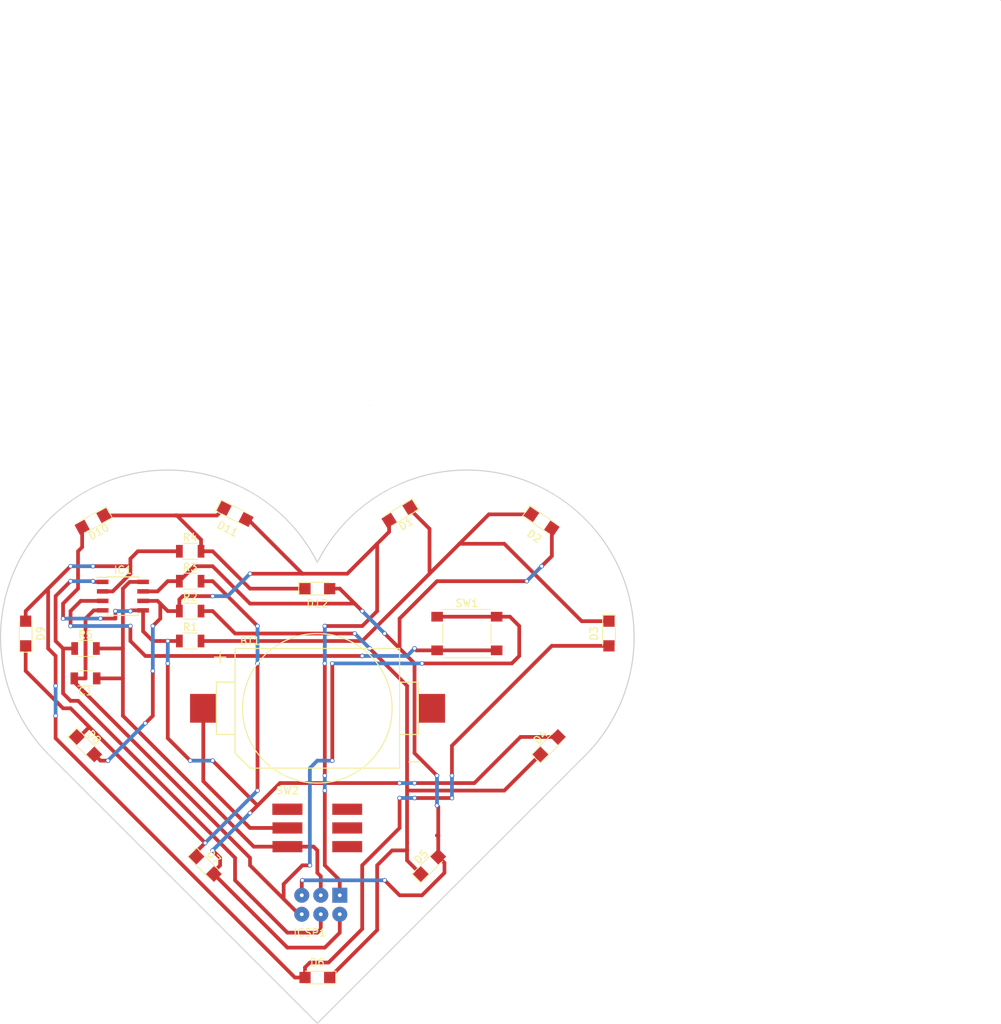
<source format=kicad_pcb>
(kicad_pcb (version 4) (host pcbnew 4.0.6)

  (general
    (links 45)
    (no_connects 0)
    (area 139 21.284746 273.436034 160.075)
    (thickness 1.6)
    (drawings 9)
    (tracks 321)
    (zones 0)
    (modules 23)
    (nets 15)
  )

  (page A4)
  (layers
    (0 F.Cu signal)
    (31 B.Cu signal)
    (32 B.Adhes user)
    (33 F.Adhes user)
    (34 B.Paste user)
    (35 F.Paste user)
    (36 B.SilkS user)
    (37 F.SilkS user)
    (38 B.Mask user)
    (39 F.Mask user)
    (40 Dwgs.User user)
    (41 Cmts.User user)
    (42 Eco1.User user)
    (43 Eco2.User user)
    (44 Edge.Cuts user)
    (45 Margin user)
    (46 B.CrtYd user)
    (47 F.CrtYd user)
    (48 B.Fab user)
    (49 F.Fab user)
  )

  (setup
    (last_trace_width 0.5)
    (trace_clearance 0.2)
    (zone_clearance 0.508)
    (zone_45_only no)
    (trace_min 0.2)
    (segment_width 0.2)
    (edge_width 0.15)
    (via_size 0.6)
    (via_drill 0.4)
    (via_min_size 0.4)
    (via_min_drill 0.3)
    (uvia_size 0.3)
    (uvia_drill 0.1)
    (uvias_allowed no)
    (uvia_min_size 0.2)
    (uvia_min_drill 0.1)
    (pcb_text_width 0.3)
    (pcb_text_size 1.5 1.5)
    (mod_edge_width 0.15)
    (mod_text_size 1 1)
    (mod_text_width 0.15)
    (pad_size 1.524 1.524)
    (pad_drill 0.762)
    (pad_to_mask_clearance 0.2)
    (aux_axis_origin 137 81)
    (visible_elements FFFFFF7F)
    (pcbplotparams
      (layerselection 0x01000_00000000)
      (usegerberextensions false)
      (excludeedgelayer true)
      (linewidth 0.100000)
      (plotframeref false)
      (viasonmask false)
      (mode 1)
      (useauxorigin false)
      (hpglpennumber 1)
      (hpglpenspeed 20)
      (hpglpendiameter 15)
      (hpglpenoverlay 2)
      (psnegative false)
      (psa4output false)
      (plotreference true)
      (plotvalue true)
      (plotinvisibletext false)
      (padsonsilk false)
      (subtractmaskfromsilk false)
      (outputformat 1)
      (mirror false)
      (drillshape 0)
      (scaleselection 1)
      (outputdirectory export/))
  )

  (net 0 "")
  (net 1 "Net-(BT1-Pad1)")
  (net 2 VCC)
  (net 3 GND)
  (net 4 2)
  (net 5 "Net-(D1-Pad1)")
  (net 6 3)
  (net 7 4)
  (net 8 1)
  (net 9 "Net-(D4-Pad1)")
  (net 10 "Net-(D7-Pad1)")
  (net 11 "Net-(D10-Pad1)")
  (net 12 RST)
  (net 13 "Net-(IC1-Pad3)")
  (net 14 "Net-(SW2-Pad1)")

  (net_class Default "Dies ist die voreingestellte Netzklasse."
    (clearance 0.2)
    (trace_width 0.5)
    (via_dia 0.6)
    (via_drill 0.4)
    (uvia_dia 0.3)
    (uvia_drill 0.1)
    (add_net 1)
    (add_net 2)
    (add_net 3)
    (add_net 4)
    (add_net GND)
    (add_net "Net-(BT1-Pad1)")
    (add_net "Net-(D1-Pad1)")
    (add_net "Net-(D10-Pad1)")
    (add_net "Net-(D4-Pad1)")
    (add_net "Net-(D7-Pad1)")
    (add_net "Net-(IC1-Pad3)")
    (add_net "Net-(SW2-Pad1)")
    (add_net RST)
  )

  (net_class VCC ""
    (clearance 0.2)
    (trace_width 0.5)
    (via_dia 0.6)
    (via_drill 0.4)
    (uvia_dia 0.3)
    (uvia_drill 0.1)
    (add_net VCC)
  )

  (module Capacitors_SMD:C_1206 (layer F.Cu) (tedit 58AA84B8) (tstamp 58DD502C)
    (at 151 112 180)
    (descr "Capacitor SMD 1206, reflow soldering, AVX (see smccp.pdf)")
    (tags "capacitor 1206")
    (path /58C89987)
    (attr smd)
    (fp_text reference C1 (at 0 -1.75 180) (layer F.SilkS)
      (effects (font (size 1 1) (thickness 0.15)))
    )
    (fp_text value "1 μF" (at 0 2 180) (layer F.Fab)
      (effects (font (size 1 1) (thickness 0.15)))
    )
    (fp_text user %R (at 0 -1.75 180) (layer F.Fab)
      (effects (font (size 1 1) (thickness 0.15)))
    )
    (fp_line (start -1.6 0.8) (end -1.6 -0.8) (layer F.Fab) (width 0.1))
    (fp_line (start 1.6 0.8) (end -1.6 0.8) (layer F.Fab) (width 0.1))
    (fp_line (start 1.6 -0.8) (end 1.6 0.8) (layer F.Fab) (width 0.1))
    (fp_line (start -1.6 -0.8) (end 1.6 -0.8) (layer F.Fab) (width 0.1))
    (fp_line (start 1 -1.02) (end -1 -1.02) (layer F.SilkS) (width 0.12))
    (fp_line (start -1 1.02) (end 1 1.02) (layer F.SilkS) (width 0.12))
    (fp_line (start -2.25 -1.05) (end 2.25 -1.05) (layer F.CrtYd) (width 0.05))
    (fp_line (start -2.25 -1.05) (end -2.25 1.05) (layer F.CrtYd) (width 0.05))
    (fp_line (start 2.25 1.05) (end 2.25 -1.05) (layer F.CrtYd) (width 0.05))
    (fp_line (start 2.25 1.05) (end -2.25 1.05) (layer F.CrtYd) (width 0.05))
    (pad 1 smd rect (at -1.5 0 180) (size 1 1.6) (layers F.Cu F.Paste F.Mask)
      (net 2 VCC))
    (pad 2 smd rect (at 1.5 0 180) (size 1 1.6) (layers F.Cu F.Paste F.Mask)
      (net 3 GND))
    (model Capacitors_SMD.3dshapes/C_1206.wrl
      (at (xyz 0 0 0))
      (scale (xyz 1 1 1))
      (rotate (xyz 0 0 0))
    )
  )

  (module LEDs:LED_1206 (layer F.Cu) (tedit 57FE943C) (tstamp 58DD5032)
    (at 193 90 212)
    (descr "LED 1206 smd package")
    (tags "LED led 1206 SMD smd SMT smt smdled SMDLED smtled SMTLED")
    (path /58BB442B)
    (attr smd)
    (fp_text reference D1 (at 0 -1.6 212) (layer F.SilkS)
      (effects (font (size 1 1) (thickness 0.15)))
    )
    (fp_text value LED (at 0 1.7 212) (layer F.Fab)
      (effects (font (size 1 1) (thickness 0.15)))
    )
    (fp_line (start -2.5 -0.85) (end -2.5 0.85) (layer F.SilkS) (width 0.12))
    (fp_line (start -0.45 -0.4) (end -0.45 0.4) (layer F.Fab) (width 0.1))
    (fp_line (start -0.4 0) (end 0.2 -0.4) (layer F.Fab) (width 0.1))
    (fp_line (start 0.2 0.4) (end -0.4 0) (layer F.Fab) (width 0.1))
    (fp_line (start 0.2 -0.4) (end 0.2 0.4) (layer F.Fab) (width 0.1))
    (fp_line (start 1.6 0.8) (end -1.6 0.8) (layer F.Fab) (width 0.1))
    (fp_line (start 1.6 -0.8) (end 1.6 0.8) (layer F.Fab) (width 0.1))
    (fp_line (start -1.6 -0.8) (end 1.6 -0.8) (layer F.Fab) (width 0.1))
    (fp_line (start -1.6 0.8) (end -1.6 -0.8) (layer F.Fab) (width 0.1))
    (fp_line (start -2.45 0.85) (end 1.6 0.85) (layer F.SilkS) (width 0.12))
    (fp_line (start -2.45 -0.85) (end 1.6 -0.85) (layer F.SilkS) (width 0.12))
    (fp_line (start 2.65 -1) (end 2.65 1) (layer F.CrtYd) (width 0.05))
    (fp_line (start 2.65 1) (end -2.65 1) (layer F.CrtYd) (width 0.05))
    (fp_line (start -2.65 1) (end -2.65 -1) (layer F.CrtYd) (width 0.05))
    (fp_line (start -2.65 -1) (end 2.65 -1) (layer F.CrtYd) (width 0.05))
    (pad 2 smd rect (at 1.65 0 32) (size 1.5 1.5) (layers F.Cu F.Paste F.Mask)
      (net 4 2))
    (pad 1 smd rect (at -1.65 0 32) (size 1.5 1.5) (layers F.Cu F.Paste F.Mask)
      (net 5 "Net-(D1-Pad1)"))
    (model LEDs.3dshapes/LED_1206.wrl
      (at (xyz 0 0 0))
      (scale (xyz 1 1 1))
      (rotate (xyz 0 0 180))
    )
  )

  (module LEDs:LED_1206 (layer F.Cu) (tedit 58E6B5A9) (tstamp 58DD5038)
    (at 212 91 325.5)
    (descr "LED 1206 smd package")
    (tags "LED led 1206 SMD smd SMT smt smdled SMDLED smtled SMTLED")
    (path /58BB4671)
    (attr smd)
    (fp_text reference D2 (at 0.308686 2.214659 325.5) (layer F.SilkS)
      (effects (font (size 1 1) (thickness 0.15)))
    )
    (fp_text value LED (at 0.51544 -2.781065 325.5) (layer F.Fab)
      (effects (font (size 1 1) (thickness 0.15)))
    )
    (fp_line (start -2.5 -0.85) (end -2.5 0.85) (layer F.SilkS) (width 0.12))
    (fp_line (start -0.45 -0.4) (end -0.45 0.4) (layer F.Fab) (width 0.1))
    (fp_line (start -0.4 0) (end 0.2 -0.4) (layer F.Fab) (width 0.1))
    (fp_line (start 0.2 0.4) (end -0.4 0) (layer F.Fab) (width 0.1))
    (fp_line (start 0.2 -0.4) (end 0.2 0.4) (layer F.Fab) (width 0.1))
    (fp_line (start 1.6 0.8) (end -1.6 0.8) (layer F.Fab) (width 0.1))
    (fp_line (start 1.6 -0.8) (end 1.6 0.8) (layer F.Fab) (width 0.1))
    (fp_line (start -1.6 -0.8) (end 1.6 -0.8) (layer F.Fab) (width 0.1))
    (fp_line (start -1.6 0.8) (end -1.6 -0.8) (layer F.Fab) (width 0.1))
    (fp_line (start -2.45 0.85) (end 1.6 0.85) (layer F.SilkS) (width 0.12))
    (fp_line (start -2.45 -0.85) (end 1.6 -0.85) (layer F.SilkS) (width 0.12))
    (fp_line (start 2.65 -1) (end 2.65 1) (layer F.CrtYd) (width 0.05))
    (fp_line (start 2.65 1) (end -2.65 1) (layer F.CrtYd) (width 0.05))
    (fp_line (start -2.65 1) (end -2.65 -1) (layer F.CrtYd) (width 0.05))
    (fp_line (start -2.65 -1) (end 2.65 -1) (layer F.CrtYd) (width 0.05))
    (pad 2 smd rect (at 1.65 0 145.5) (size 1.5 1.5) (layers F.Cu F.Paste F.Mask)
      (net 6 3))
    (pad 1 smd rect (at -1.65 0 145.5) (size 1.5 1.5) (layers F.Cu F.Paste F.Mask)
      (net 5 "Net-(D1-Pad1)"))
    (model LEDs.3dshapes/LED_1206.wrl
      (at (xyz 0 0 0))
      (scale (xyz 1 1 1))
      (rotate (xyz 0 0 180))
    )
  )

  (module LEDs:LED_1206 (layer F.Cu) (tedit 58E6B5A1) (tstamp 58DD503E)
    (at 221 106 270)
    (descr "LED 1206 smd package")
    (tags "LED led 1206 SMD smd SMT smt smdled SMDLED smtled SMTLED")
    (path /58BB4767)
    (attr smd)
    (fp_text reference D3 (at 0 2 270) (layer F.SilkS)
      (effects (font (size 1 1) (thickness 0.15)))
    )
    (fp_text value LED (at 0 -2 270) (layer F.Fab)
      (effects (font (size 1 1) (thickness 0.15)))
    )
    (fp_line (start -2.5 -0.85) (end -2.5 0.85) (layer F.SilkS) (width 0.12))
    (fp_line (start -0.45 -0.4) (end -0.45 0.4) (layer F.Fab) (width 0.1))
    (fp_line (start -0.4 0) (end 0.2 -0.4) (layer F.Fab) (width 0.1))
    (fp_line (start 0.2 0.4) (end -0.4 0) (layer F.Fab) (width 0.1))
    (fp_line (start 0.2 -0.4) (end 0.2 0.4) (layer F.Fab) (width 0.1))
    (fp_line (start 1.6 0.8) (end -1.6 0.8) (layer F.Fab) (width 0.1))
    (fp_line (start 1.6 -0.8) (end 1.6 0.8) (layer F.Fab) (width 0.1))
    (fp_line (start -1.6 -0.8) (end 1.6 -0.8) (layer F.Fab) (width 0.1))
    (fp_line (start -1.6 0.8) (end -1.6 -0.8) (layer F.Fab) (width 0.1))
    (fp_line (start -2.45 0.85) (end 1.6 0.85) (layer F.SilkS) (width 0.12))
    (fp_line (start -2.45 -0.85) (end 1.6 -0.85) (layer F.SilkS) (width 0.12))
    (fp_line (start 2.65 -1) (end 2.65 1) (layer F.CrtYd) (width 0.05))
    (fp_line (start 2.65 1) (end -2.65 1) (layer F.CrtYd) (width 0.05))
    (fp_line (start -2.65 1) (end -2.65 -1) (layer F.CrtYd) (width 0.05))
    (fp_line (start -2.65 -1) (end 2.65 -1) (layer F.CrtYd) (width 0.05))
    (pad 2 smd rect (at 1.65 0 90) (size 1.5 1.5) (layers F.Cu F.Paste F.Mask)
      (net 7 4))
    (pad 1 smd rect (at -1.65 0 90) (size 1.5 1.5) (layers F.Cu F.Paste F.Mask)
      (net 5 "Net-(D1-Pad1)"))
    (model LEDs.3dshapes/LED_1206.wrl
      (at (xyz 0 0 0))
      (scale (xyz 1 1 1))
      (rotate (xyz 0 0 180))
    )
  )

  (module LEDs:LED_1206 (layer F.Cu) (tedit 57FE943C) (tstamp 58DD5044)
    (at 213 121 45)
    (descr "LED 1206 smd package")
    (tags "LED led 1206 SMD smd SMT smt smdled SMDLED smtled SMTLED")
    (path /58BB6AB0)
    (attr smd)
    (fp_text reference D4 (at 0 -1.6 45) (layer F.SilkS)
      (effects (font (size 1 1) (thickness 0.15)))
    )
    (fp_text value LED (at 0 1.7 45) (layer F.Fab)
      (effects (font (size 1 1) (thickness 0.15)))
    )
    (fp_line (start -2.5 -0.85) (end -2.5 0.85) (layer F.SilkS) (width 0.12))
    (fp_line (start -0.45 -0.4) (end -0.45 0.4) (layer F.Fab) (width 0.1))
    (fp_line (start -0.4 0) (end 0.2 -0.4) (layer F.Fab) (width 0.1))
    (fp_line (start 0.2 0.4) (end -0.4 0) (layer F.Fab) (width 0.1))
    (fp_line (start 0.2 -0.4) (end 0.2 0.4) (layer F.Fab) (width 0.1))
    (fp_line (start 1.6 0.8) (end -1.6 0.8) (layer F.Fab) (width 0.1))
    (fp_line (start 1.6 -0.8) (end 1.6 0.8) (layer F.Fab) (width 0.1))
    (fp_line (start -1.6 -0.8) (end 1.6 -0.8) (layer F.Fab) (width 0.1))
    (fp_line (start -1.6 0.8) (end -1.6 -0.8) (layer F.Fab) (width 0.1))
    (fp_line (start -2.45 0.85) (end 1.6 0.85) (layer F.SilkS) (width 0.12))
    (fp_line (start -2.45 -0.85) (end 1.6 -0.85) (layer F.SilkS) (width 0.12))
    (fp_line (start 2.65 -1) (end 2.65 1) (layer F.CrtYd) (width 0.05))
    (fp_line (start 2.65 1) (end -2.65 1) (layer F.CrtYd) (width 0.05))
    (fp_line (start -2.65 1) (end -2.65 -1) (layer F.CrtYd) (width 0.05))
    (fp_line (start -2.65 -1) (end 2.65 -1) (layer F.CrtYd) (width 0.05))
    (pad 2 smd rect (at 1.65 0 225) (size 1.5 1.5) (layers F.Cu F.Paste F.Mask)
      (net 8 1))
    (pad 1 smd rect (at -1.65 0 225) (size 1.5 1.5) (layers F.Cu F.Paste F.Mask)
      (net 9 "Net-(D4-Pad1)"))
    (model LEDs.3dshapes/LED_1206.wrl
      (at (xyz 0 0 0))
      (scale (xyz 1 1 1))
      (rotate (xyz 0 0 180))
    )
  )

  (module LEDs:LED_1206 (layer F.Cu) (tedit 57FE943C) (tstamp 58DD504A)
    (at 197 137 45)
    (descr "LED 1206 smd package")
    (tags "LED led 1206 SMD smd SMT smt smdled SMDLED smtled SMTLED")
    (path /58BB6AB6)
    (attr smd)
    (fp_text reference D5 (at 0 -1.6 45) (layer F.SilkS)
      (effects (font (size 1 1) (thickness 0.15)))
    )
    (fp_text value LED (at 0 1.7 45) (layer F.Fab)
      (effects (font (size 1 1) (thickness 0.15)))
    )
    (fp_line (start -2.5 -0.85) (end -2.5 0.85) (layer F.SilkS) (width 0.12))
    (fp_line (start -0.45 -0.4) (end -0.45 0.4) (layer F.Fab) (width 0.1))
    (fp_line (start -0.4 0) (end 0.2 -0.4) (layer F.Fab) (width 0.1))
    (fp_line (start 0.2 0.4) (end -0.4 0) (layer F.Fab) (width 0.1))
    (fp_line (start 0.2 -0.4) (end 0.2 0.4) (layer F.Fab) (width 0.1))
    (fp_line (start 1.6 0.8) (end -1.6 0.8) (layer F.Fab) (width 0.1))
    (fp_line (start 1.6 -0.8) (end 1.6 0.8) (layer F.Fab) (width 0.1))
    (fp_line (start -1.6 -0.8) (end 1.6 -0.8) (layer F.Fab) (width 0.1))
    (fp_line (start -1.6 0.8) (end -1.6 -0.8) (layer F.Fab) (width 0.1))
    (fp_line (start -2.45 0.85) (end 1.6 0.85) (layer F.SilkS) (width 0.12))
    (fp_line (start -2.45 -0.85) (end 1.6 -0.85) (layer F.SilkS) (width 0.12))
    (fp_line (start 2.65 -1) (end 2.65 1) (layer F.CrtYd) (width 0.05))
    (fp_line (start 2.65 1) (end -2.65 1) (layer F.CrtYd) (width 0.05))
    (fp_line (start -2.65 1) (end -2.65 -1) (layer F.CrtYd) (width 0.05))
    (fp_line (start -2.65 -1) (end 2.65 -1) (layer F.CrtYd) (width 0.05))
    (pad 2 smd rect (at 1.65 0 225) (size 1.5 1.5) (layers F.Cu F.Paste F.Mask)
      (net 6 3))
    (pad 1 smd rect (at -1.65 0 225) (size 1.5 1.5) (layers F.Cu F.Paste F.Mask)
      (net 9 "Net-(D4-Pad1)"))
    (model LEDs.3dshapes/LED_1206.wrl
      (at (xyz 0 0 0))
      (scale (xyz 1 1 1))
      (rotate (xyz 0 0 180))
    )
  )

  (module LEDs:LED_1206 (layer F.Cu) (tedit 58E6B598) (tstamp 58DD5050)
    (at 182 152 180)
    (descr "LED 1206 smd package")
    (tags "LED led 1206 SMD smd SMT smt smdled SMDLED smtled SMTLED")
    (path /58BB6ABC)
    (attr smd)
    (fp_text reference D6 (at 0 2 180) (layer F.SilkS)
      (effects (font (size 1 1) (thickness 0.15)))
    )
    (fp_text value LED (at 0 -2 180) (layer F.Fab)
      (effects (font (size 1 1) (thickness 0.15)))
    )
    (fp_line (start -2.5 -0.85) (end -2.5 0.85) (layer F.SilkS) (width 0.12))
    (fp_line (start -0.45 -0.4) (end -0.45 0.4) (layer F.Fab) (width 0.1))
    (fp_line (start -0.4 0) (end 0.2 -0.4) (layer F.Fab) (width 0.1))
    (fp_line (start 0.2 0.4) (end -0.4 0) (layer F.Fab) (width 0.1))
    (fp_line (start 0.2 -0.4) (end 0.2 0.4) (layer F.Fab) (width 0.1))
    (fp_line (start 1.6 0.8) (end -1.6 0.8) (layer F.Fab) (width 0.1))
    (fp_line (start 1.6 -0.8) (end 1.6 0.8) (layer F.Fab) (width 0.1))
    (fp_line (start -1.6 -0.8) (end 1.6 -0.8) (layer F.Fab) (width 0.1))
    (fp_line (start -1.6 0.8) (end -1.6 -0.8) (layer F.Fab) (width 0.1))
    (fp_line (start -2.45 0.85) (end 1.6 0.85) (layer F.SilkS) (width 0.12))
    (fp_line (start -2.45 -0.85) (end 1.6 -0.85) (layer F.SilkS) (width 0.12))
    (fp_line (start 2.65 -1) (end 2.65 1) (layer F.CrtYd) (width 0.05))
    (fp_line (start 2.65 1) (end -2.65 1) (layer F.CrtYd) (width 0.05))
    (fp_line (start -2.65 1) (end -2.65 -1) (layer F.CrtYd) (width 0.05))
    (fp_line (start -2.65 -1) (end 2.65 -1) (layer F.CrtYd) (width 0.05))
    (pad 2 smd rect (at 1.65 0) (size 1.5 1.5) (layers F.Cu F.Paste F.Mask)
      (net 7 4))
    (pad 1 smd rect (at -1.65 0) (size 1.5 1.5) (layers F.Cu F.Paste F.Mask)
      (net 9 "Net-(D4-Pad1)"))
    (model LEDs.3dshapes/LED_1206.wrl
      (at (xyz 0 0 0))
      (scale (xyz 1 1 1))
      (rotate (xyz 0 0 180))
    )
  )

  (module LEDs:LED_1206 (layer F.Cu) (tedit 57FE943C) (tstamp 58DD5056)
    (at 167 137 315)
    (descr "LED 1206 smd package")
    (tags "LED led 1206 SMD smd SMT smt smdled SMDLED smtled SMTLED")
    (path /58BB6D68)
    (attr smd)
    (fp_text reference D7 (at 0 -1.6 315) (layer F.SilkS)
      (effects (font (size 1 1) (thickness 0.15)))
    )
    (fp_text value LED (at 0 1.7 315) (layer F.Fab)
      (effects (font (size 1 1) (thickness 0.15)))
    )
    (fp_line (start -2.5 -0.85) (end -2.5 0.85) (layer F.SilkS) (width 0.12))
    (fp_line (start -0.45 -0.4) (end -0.45 0.4) (layer F.Fab) (width 0.1))
    (fp_line (start -0.4 0) (end 0.2 -0.4) (layer F.Fab) (width 0.1))
    (fp_line (start 0.2 0.4) (end -0.4 0) (layer F.Fab) (width 0.1))
    (fp_line (start 0.2 -0.4) (end 0.2 0.4) (layer F.Fab) (width 0.1))
    (fp_line (start 1.6 0.8) (end -1.6 0.8) (layer F.Fab) (width 0.1))
    (fp_line (start 1.6 -0.8) (end 1.6 0.8) (layer F.Fab) (width 0.1))
    (fp_line (start -1.6 -0.8) (end 1.6 -0.8) (layer F.Fab) (width 0.1))
    (fp_line (start -1.6 0.8) (end -1.6 -0.8) (layer F.Fab) (width 0.1))
    (fp_line (start -2.45 0.85) (end 1.6 0.85) (layer F.SilkS) (width 0.12))
    (fp_line (start -2.45 -0.85) (end 1.6 -0.85) (layer F.SilkS) (width 0.12))
    (fp_line (start 2.65 -1) (end 2.65 1) (layer F.CrtYd) (width 0.05))
    (fp_line (start 2.65 1) (end -2.65 1) (layer F.CrtYd) (width 0.05))
    (fp_line (start -2.65 1) (end -2.65 -1) (layer F.CrtYd) (width 0.05))
    (fp_line (start -2.65 -1) (end 2.65 -1) (layer F.CrtYd) (width 0.05))
    (pad 2 smd rect (at 1.65 0 135) (size 1.5 1.5) (layers F.Cu F.Paste F.Mask)
      (net 8 1))
    (pad 1 smd rect (at -1.65 0 135) (size 1.5 1.5) (layers F.Cu F.Paste F.Mask)
      (net 10 "Net-(D7-Pad1)"))
    (model LEDs.3dshapes/LED_1206.wrl
      (at (xyz 0 0 0))
      (scale (xyz 1 1 1))
      (rotate (xyz 0 0 180))
    )
  )

  (module LEDs:LED_1206 (layer F.Cu) (tedit 57FE943C) (tstamp 58DD505C)
    (at 151 121 315)
    (descr "LED 1206 smd package")
    (tags "LED led 1206 SMD smd SMT smt smdled SMDLED smtled SMTLED")
    (path /58BB6D6E)
    (attr smd)
    (fp_text reference D8 (at 0 -1.6 315) (layer F.SilkS)
      (effects (font (size 1 1) (thickness 0.15)))
    )
    (fp_text value LED (at 0 1.7 315) (layer F.Fab)
      (effects (font (size 1 1) (thickness 0.15)))
    )
    (fp_line (start -2.5 -0.85) (end -2.5 0.85) (layer F.SilkS) (width 0.12))
    (fp_line (start -0.45 -0.4) (end -0.45 0.4) (layer F.Fab) (width 0.1))
    (fp_line (start -0.4 0) (end 0.2 -0.4) (layer F.Fab) (width 0.1))
    (fp_line (start 0.2 0.4) (end -0.4 0) (layer F.Fab) (width 0.1))
    (fp_line (start 0.2 -0.4) (end 0.2 0.4) (layer F.Fab) (width 0.1))
    (fp_line (start 1.6 0.8) (end -1.6 0.8) (layer F.Fab) (width 0.1))
    (fp_line (start 1.6 -0.8) (end 1.6 0.8) (layer F.Fab) (width 0.1))
    (fp_line (start -1.6 -0.8) (end 1.6 -0.8) (layer F.Fab) (width 0.1))
    (fp_line (start -1.6 0.8) (end -1.6 -0.8) (layer F.Fab) (width 0.1))
    (fp_line (start -2.45 0.85) (end 1.6 0.85) (layer F.SilkS) (width 0.12))
    (fp_line (start -2.45 -0.85) (end 1.6 -0.85) (layer F.SilkS) (width 0.12))
    (fp_line (start 2.65 -1) (end 2.65 1) (layer F.CrtYd) (width 0.05))
    (fp_line (start 2.65 1) (end -2.65 1) (layer F.CrtYd) (width 0.05))
    (fp_line (start -2.65 1) (end -2.65 -1) (layer F.CrtYd) (width 0.05))
    (fp_line (start -2.65 -1) (end 2.65 -1) (layer F.CrtYd) (width 0.05))
    (pad 2 smd rect (at 1.65 0 135) (size 1.5 1.5) (layers F.Cu F.Paste F.Mask)
      (net 4 2))
    (pad 1 smd rect (at -1.65 0 135) (size 1.5 1.5) (layers F.Cu F.Paste F.Mask)
      (net 10 "Net-(D7-Pad1)"))
    (model LEDs.3dshapes/LED_1206.wrl
      (at (xyz 0 0 0))
      (scale (xyz 1 1 1))
      (rotate (xyz 0 0 180))
    )
  )

  (module LEDs:LED_1206 (layer F.Cu) (tedit 58E6B5B6) (tstamp 58DD5062)
    (at 143 106 90)
    (descr "LED 1206 smd package")
    (tags "LED led 1206 SMD smd SMT smt smdled SMDLED smtled SMTLED")
    (path /58BB6D74)
    (attr smd)
    (fp_text reference D9 (at 0 2 90) (layer F.SilkS)
      (effects (font (size 1 1) (thickness 0.15)))
    )
    (fp_text value LED (at 0 -2 90) (layer F.Fab)
      (effects (font (size 1 1) (thickness 0.15)))
    )
    (fp_line (start -2.5 -0.85) (end -2.5 0.85) (layer F.SilkS) (width 0.12))
    (fp_line (start -0.45 -0.4) (end -0.45 0.4) (layer F.Fab) (width 0.1))
    (fp_line (start -0.4 0) (end 0.2 -0.4) (layer F.Fab) (width 0.1))
    (fp_line (start 0.2 0.4) (end -0.4 0) (layer F.Fab) (width 0.1))
    (fp_line (start 0.2 -0.4) (end 0.2 0.4) (layer F.Fab) (width 0.1))
    (fp_line (start 1.6 0.8) (end -1.6 0.8) (layer F.Fab) (width 0.1))
    (fp_line (start 1.6 -0.8) (end 1.6 0.8) (layer F.Fab) (width 0.1))
    (fp_line (start -1.6 -0.8) (end 1.6 -0.8) (layer F.Fab) (width 0.1))
    (fp_line (start -1.6 0.8) (end -1.6 -0.8) (layer F.Fab) (width 0.1))
    (fp_line (start -2.45 0.85) (end 1.6 0.85) (layer F.SilkS) (width 0.12))
    (fp_line (start -2.45 -0.85) (end 1.6 -0.85) (layer F.SilkS) (width 0.12))
    (fp_line (start 2.65 -1) (end 2.65 1) (layer F.CrtYd) (width 0.05))
    (fp_line (start 2.65 1) (end -2.65 1) (layer F.CrtYd) (width 0.05))
    (fp_line (start -2.65 1) (end -2.65 -1) (layer F.CrtYd) (width 0.05))
    (fp_line (start -2.65 -1) (end 2.65 -1) (layer F.CrtYd) (width 0.05))
    (pad 2 smd rect (at 1.65 0 270) (size 1.5 1.5) (layers F.Cu F.Paste F.Mask)
      (net 7 4))
    (pad 1 smd rect (at -1.65 0 270) (size 1.5 1.5) (layers F.Cu F.Paste F.Mask)
      (net 10 "Net-(D7-Pad1)"))
    (model LEDs.3dshapes/LED_1206.wrl
      (at (xyz 0 0 0))
      (scale (xyz 1 1 1))
      (rotate (xyz 0 0 180))
    )
  )

  (module LEDs:LED_1206 (layer F.Cu) (tedit 57FE943C) (tstamp 58DD5068)
    (at 152 91 208.5)
    (descr "LED 1206 smd package")
    (tags "LED led 1206 SMD smd SMT smt smdled SMDLED smtled SMTLED")
    (path /58BB6D8E)
    (attr smd)
    (fp_text reference D10 (at 0 -1.6 208.5) (layer F.SilkS)
      (effects (font (size 1 1) (thickness 0.15)))
    )
    (fp_text value LED (at 0 1.7 208.5) (layer F.Fab)
      (effects (font (size 1 1) (thickness 0.15)))
    )
    (fp_line (start -2.5 -0.85) (end -2.5 0.85) (layer F.SilkS) (width 0.12))
    (fp_line (start -0.45 -0.4) (end -0.45 0.4) (layer F.Fab) (width 0.1))
    (fp_line (start -0.4 0) (end 0.2 -0.4) (layer F.Fab) (width 0.1))
    (fp_line (start 0.2 0.4) (end -0.4 0) (layer F.Fab) (width 0.1))
    (fp_line (start 0.2 -0.4) (end 0.2 0.4) (layer F.Fab) (width 0.1))
    (fp_line (start 1.6 0.8) (end -1.6 0.8) (layer F.Fab) (width 0.1))
    (fp_line (start 1.6 -0.8) (end 1.6 0.8) (layer F.Fab) (width 0.1))
    (fp_line (start -1.6 -0.8) (end 1.6 -0.8) (layer F.Fab) (width 0.1))
    (fp_line (start -1.6 0.8) (end -1.6 -0.8) (layer F.Fab) (width 0.1))
    (fp_line (start -2.45 0.85) (end 1.6 0.85) (layer F.SilkS) (width 0.12))
    (fp_line (start -2.45 -0.85) (end 1.6 -0.85) (layer F.SilkS) (width 0.12))
    (fp_line (start 2.65 -1) (end 2.65 1) (layer F.CrtYd) (width 0.05))
    (fp_line (start 2.65 1) (end -2.65 1) (layer F.CrtYd) (width 0.05))
    (fp_line (start -2.65 1) (end -2.65 -1) (layer F.CrtYd) (width 0.05))
    (fp_line (start -2.65 -1) (end 2.65 -1) (layer F.CrtYd) (width 0.05))
    (pad 2 smd rect (at 1.65 0 28.5) (size 1.5 1.5) (layers F.Cu F.Paste F.Mask)
      (net 8 1))
    (pad 1 smd rect (at -1.65 0 28.5) (size 1.5 1.5) (layers F.Cu F.Paste F.Mask)
      (net 11 "Net-(D10-Pad1)"))
    (model LEDs.3dshapes/LED_1206.wrl
      (at (xyz 0 0 0))
      (scale (xyz 1 1 1))
      (rotate (xyz 0 0 180))
    )
  )

  (module LEDs:LED_1206 (layer F.Cu) (tedit 58E6B5B0) (tstamp 58DD506E)
    (at 171 90 333)
    (descr "LED 1206 smd package")
    (tags "LED led 1206 SMD smd SMT smt smdled SMDLED smtled SMTLED")
    (path /58BB6D94)
    (attr smd)
    (fp_text reference D11 (at 0.016974 2.236004 333) (layer F.SilkS)
      (effects (font (size 1 1) (thickness 0.15)))
    )
    (fp_text value LED (at -0.016974 -2.236004 333) (layer F.Fab)
      (effects (font (size 1 1) (thickness 0.15)))
    )
    (fp_line (start -2.5 -0.85) (end -2.5 0.85) (layer F.SilkS) (width 0.12))
    (fp_line (start -0.45 -0.4) (end -0.45 0.4) (layer F.Fab) (width 0.1))
    (fp_line (start -0.4 0) (end 0.2 -0.4) (layer F.Fab) (width 0.1))
    (fp_line (start 0.2 0.4) (end -0.4 0) (layer F.Fab) (width 0.1))
    (fp_line (start 0.2 -0.4) (end 0.2 0.4) (layer F.Fab) (width 0.1))
    (fp_line (start 1.6 0.8) (end -1.6 0.8) (layer F.Fab) (width 0.1))
    (fp_line (start 1.6 -0.8) (end 1.6 0.8) (layer F.Fab) (width 0.1))
    (fp_line (start -1.6 -0.8) (end 1.6 -0.8) (layer F.Fab) (width 0.1))
    (fp_line (start -1.6 0.8) (end -1.6 -0.8) (layer F.Fab) (width 0.1))
    (fp_line (start -2.45 0.85) (end 1.6 0.85) (layer F.SilkS) (width 0.12))
    (fp_line (start -2.45 -0.85) (end 1.6 -0.85) (layer F.SilkS) (width 0.12))
    (fp_line (start 2.65 -1) (end 2.65 1) (layer F.CrtYd) (width 0.05))
    (fp_line (start 2.65 1) (end -2.65 1) (layer F.CrtYd) (width 0.05))
    (fp_line (start -2.65 1) (end -2.65 -1) (layer F.CrtYd) (width 0.05))
    (fp_line (start -2.65 -1) (end 2.65 -1) (layer F.CrtYd) (width 0.05))
    (pad 2 smd rect (at 1.65 0 153) (size 1.5 1.5) (layers F.Cu F.Paste F.Mask)
      (net 4 2))
    (pad 1 smd rect (at -1.65 0 153) (size 1.5 1.5) (layers F.Cu F.Paste F.Mask)
      (net 11 "Net-(D10-Pad1)"))
    (model LEDs.3dshapes/LED_1206.wrl
      (at (xyz 0 0 0))
      (scale (xyz 1 1 1))
      (rotate (xyz 0 0 180))
    )
  )

  (module LEDs:LED_1206 (layer F.Cu) (tedit 58E6B5F1) (tstamp 58DD5074)
    (at 182 100)
    (descr "LED 1206 smd package")
    (tags "LED led 1206 SMD smd SMT smt smdled SMDLED smtled SMTLED")
    (path /58BB6D9A)
    (attr smd)
    (fp_text reference D12 (at 0 2) (layer F.SilkS)
      (effects (font (size 1 1) (thickness 0.15)))
    )
    (fp_text value LED (at 0 -2) (layer F.Fab)
      (effects (font (size 1 1) (thickness 0.15)))
    )
    (fp_line (start -2.5 -0.85) (end -2.5 0.85) (layer F.SilkS) (width 0.12))
    (fp_line (start -0.45 -0.4) (end -0.45 0.4) (layer F.Fab) (width 0.1))
    (fp_line (start -0.4 0) (end 0.2 -0.4) (layer F.Fab) (width 0.1))
    (fp_line (start 0.2 0.4) (end -0.4 0) (layer F.Fab) (width 0.1))
    (fp_line (start 0.2 -0.4) (end 0.2 0.4) (layer F.Fab) (width 0.1))
    (fp_line (start 1.6 0.8) (end -1.6 0.8) (layer F.Fab) (width 0.1))
    (fp_line (start 1.6 -0.8) (end 1.6 0.8) (layer F.Fab) (width 0.1))
    (fp_line (start -1.6 -0.8) (end 1.6 -0.8) (layer F.Fab) (width 0.1))
    (fp_line (start -1.6 0.8) (end -1.6 -0.8) (layer F.Fab) (width 0.1))
    (fp_line (start -2.45 0.85) (end 1.6 0.85) (layer F.SilkS) (width 0.12))
    (fp_line (start -2.45 -0.85) (end 1.6 -0.85) (layer F.SilkS) (width 0.12))
    (fp_line (start 2.65 -1) (end 2.65 1) (layer F.CrtYd) (width 0.05))
    (fp_line (start 2.65 1) (end -2.65 1) (layer F.CrtYd) (width 0.05))
    (fp_line (start -2.65 1) (end -2.65 -1) (layer F.CrtYd) (width 0.05))
    (fp_line (start -2.65 -1) (end 2.65 -1) (layer F.CrtYd) (width 0.05))
    (pad 2 smd rect (at 1.65 0 180) (size 1.5 1.5) (layers F.Cu F.Paste F.Mask)
      (net 6 3))
    (pad 1 smd rect (at -1.65 0 180) (size 1.5 1.5) (layers F.Cu F.Paste F.Mask)
      (net 11 "Net-(D10-Pad1)"))
    (model LEDs.3dshapes/LED_1206.wrl
      (at (xyz 0 0 0))
      (scale (xyz 1 1 1))
      (rotate (xyz 0 0 180))
    )
  )

  (module Housings_SOIC:SOIC-8_3.9x4.9mm_Pitch1.27mm (layer F.Cu) (tedit 58E69799) (tstamp 58DD5080)
    (at 156 101)
    (descr "8-Lead Plastic Small Outline (SN) - Narrow, 3.90 mm Body [SOIC] (see Microchip Packaging Specification 00000049BS.pdf)")
    (tags "SOIC 1.27")
    (path /58BB39D5)
    (attr smd)
    (fp_text reference IC1 (at 0 -3.5) (layer F.SilkS)
      (effects (font (size 1 1) (thickness 0.15)))
    )
    (fp_text value ATTINY85-S (at 0 3.5) (layer F.Fab)
      (effects (font (size 1 1) (thickness 0.15)))
    )
    (fp_text user %R (at 0 -1) (layer F.Fab)
      (effects (font (size 1 1) (thickness 0.15)))
    )
    (fp_line (start -0.95 -2.45) (end 1.95 -2.45) (layer F.Fab) (width 0.1))
    (fp_line (start 1.95 -2.45) (end 1.95 2.45) (layer F.Fab) (width 0.1))
    (fp_line (start 1.95 2.45) (end -1.95 2.45) (layer F.Fab) (width 0.1))
    (fp_line (start -1.95 2.45) (end -1.95 -1.45) (layer F.Fab) (width 0.1))
    (fp_line (start -1.95 -1.45) (end -0.95 -2.45) (layer F.Fab) (width 0.1))
    (fp_line (start -3.73 -2.7) (end -3.73 2.7) (layer F.CrtYd) (width 0.05))
    (fp_line (start 3.73 -2.7) (end 3.73 2.7) (layer F.CrtYd) (width 0.05))
    (fp_line (start -3.73 -2.7) (end 3.73 -2.7) (layer F.CrtYd) (width 0.05))
    (fp_line (start -3.73 2.7) (end 3.73 2.7) (layer F.CrtYd) (width 0.05))
    (fp_line (start -2.075 -2.575) (end -2.075 -2.525) (layer F.SilkS) (width 0.15))
    (fp_line (start 2.075 -2.575) (end 2.075 -2.43) (layer F.SilkS) (width 0.15))
    (fp_line (start 2.075 2.575) (end 2.075 2.43) (layer F.SilkS) (width 0.15))
    (fp_line (start -2.075 2.575) (end -2.075 2.43) (layer F.SilkS) (width 0.15))
    (fp_line (start -2.075 -2.575) (end 2.075 -2.575) (layer F.SilkS) (width 0.15))
    (fp_line (start -2.075 2.575) (end 2.075 2.575) (layer F.SilkS) (width 0.15))
    (fp_line (start -2.075 -2.525) (end -3.475 -2.525) (layer F.SilkS) (width 0.15))
    (pad 1 smd rect (at -2.7 -1.905) (size 1.55 0.6) (layers F.Cu F.Paste F.Mask)
      (net 12 RST))
    (pad 2 smd rect (at -2.7 -0.635) (size 1.55 0.6) (layers F.Cu F.Paste F.Mask)
      (net 7 4))
    (pad 3 smd rect (at -2.7 0.635) (size 1.55 0.6) (layers F.Cu F.Paste F.Mask)
      (net 13 "Net-(IC1-Pad3)"))
    (pad 4 smd rect (at -2.7 1.905) (size 1.55 0.6) (layers F.Cu F.Paste F.Mask)
      (net 3 GND))
    (pad 5 smd rect (at 2.7 1.905) (size 1.55 0.6) (layers F.Cu F.Paste F.Mask)
      (net 8 1))
    (pad 6 smd rect (at 2.7 0.635) (size 1.55 0.6) (layers F.Cu F.Paste F.Mask)
      (net 4 2))
    (pad 7 smd rect (at 2.7 -0.635) (size 1.55 0.6) (layers F.Cu F.Paste F.Mask)
      (net 6 3))
    (pad 8 smd rect (at 2.7 -1.905) (size 1.55 0.6) (layers F.Cu F.Paste F.Mask)
      (net 2 VCC))
    (model Housings_SOIC.3dshapes/SOIC-8_3.9x4.9mm_Pitch1.27mm.wrl
      (at (xyz 0 0 0))
      (scale (xyz 1 1 1))
      (rotate (xyz 0 0 0))
    )
  )

  (module isp_pogo:isp_pogo (layer F.Cu) (tedit 58E6B58C) (tstamp 58DD508A)
    (at 185 141 180)
    (path /58BB8214)
    (fp_text reference ICSP1 (at 4 -5 180) (layer F.SilkS)
      (effects (font (size 1 1) (thickness 0.15)))
    )
    (fp_text value CONN_01X06 (at 1 -7 180) (layer F.Fab)
      (effects (font (size 1 1) (thickness 0.15)))
    )
    (pad 1 thru_hole rect (at 0 0 180) (size 2 2) (drill 0.5) (layers *.Cu *.Mask)
      (net 4 2))
    (pad 2 thru_hole circle (at 2.54 0 180) (size 2 2) (drill 0.5) (layers *.Cu *.Mask)
      (net 2 VCC))
    (pad 3 thru_hole circle (at 5.08 0 180) (size 2 2) (drill 0.5) (layers *.Cu *.Mask)
      (net 6 3))
    (pad 4 thru_hole circle (at 0 -2.54 180) (size 2 2) (drill 0.5) (layers *.Cu *.Mask)
      (net 8 1))
    (pad 5 thru_hole circle (at 2.54 -2.54 180) (size 2 2) (drill 0.5) (layers *.Cu *.Mask)
      (net 12 RST))
    (pad 6 thru_hole circle (at 5.08 -2.54 180) (size 2 2) (drill 0.5) (layers *.Cu *.Mask)
      (net 3 GND))
  )

  (module Resistors_SMD:R_1206 (layer F.Cu) (tedit 58AADA9E) (tstamp 58DD5090)
    (at 165 107)
    (descr "Resistor SMD 1206, reflow soldering, Vishay (see dcrcw.pdf)")
    (tags "resistor 1206")
    (path /58BB67D5)
    (attr smd)
    (fp_text reference R1 (at 0 -1.85) (layer F.SilkS)
      (effects (font (size 1 1) (thickness 0.15)))
    )
    (fp_text value 33 (at 0 1.95) (layer F.Fab)
      (effects (font (size 1 1) (thickness 0.15)))
    )
    (fp_text user %R (at 0 -1.85) (layer F.Fab)
      (effects (font (size 1 1) (thickness 0.15)))
    )
    (fp_line (start -1.6 0.8) (end -1.6 -0.8) (layer F.Fab) (width 0.1))
    (fp_line (start 1.6 0.8) (end -1.6 0.8) (layer F.Fab) (width 0.1))
    (fp_line (start 1.6 -0.8) (end 1.6 0.8) (layer F.Fab) (width 0.1))
    (fp_line (start -1.6 -0.8) (end 1.6 -0.8) (layer F.Fab) (width 0.1))
    (fp_line (start 1 1.07) (end -1 1.07) (layer F.SilkS) (width 0.12))
    (fp_line (start -1 -1.07) (end 1 -1.07) (layer F.SilkS) (width 0.12))
    (fp_line (start -2.15 -1.11) (end 2.15 -1.11) (layer F.CrtYd) (width 0.05))
    (fp_line (start -2.15 -1.11) (end -2.15 1.1) (layer F.CrtYd) (width 0.05))
    (fp_line (start 2.15 1.1) (end 2.15 -1.11) (layer F.CrtYd) (width 0.05))
    (fp_line (start 2.15 1.1) (end -2.15 1.1) (layer F.CrtYd) (width 0.05))
    (pad 1 smd rect (at -1.45 0) (size 0.9 1.7) (layers F.Cu F.Paste F.Mask)
      (net 8 1))
    (pad 2 smd rect (at 1.45 0) (size 0.9 1.7) (layers F.Cu F.Paste F.Mask)
      (net 5 "Net-(D1-Pad1)"))
    (model Resistors_SMD.3dshapes/R_1206.wrl
      (at (xyz 0 0 0))
      (scale (xyz 1 1 1))
      (rotate (xyz 0 0 0))
    )
  )

  (module Resistors_SMD:R_1206 (layer F.Cu) (tedit 58AADA9E) (tstamp 58DD5096)
    (at 165 103)
    (descr "Resistor SMD 1206, reflow soldering, Vishay (see dcrcw.pdf)")
    (tags "resistor 1206")
    (path /58BB6ACF)
    (attr smd)
    (fp_text reference R2 (at 0 -1.85) (layer F.SilkS)
      (effects (font (size 1 1) (thickness 0.15)))
    )
    (fp_text value 33 (at 0 1.95) (layer F.Fab)
      (effects (font (size 1 1) (thickness 0.15)))
    )
    (fp_text user %R (at 0 -1.85) (layer F.Fab)
      (effects (font (size 1 1) (thickness 0.15)))
    )
    (fp_line (start -1.6 0.8) (end -1.6 -0.8) (layer F.Fab) (width 0.1))
    (fp_line (start 1.6 0.8) (end -1.6 0.8) (layer F.Fab) (width 0.1))
    (fp_line (start 1.6 -0.8) (end 1.6 0.8) (layer F.Fab) (width 0.1))
    (fp_line (start -1.6 -0.8) (end 1.6 -0.8) (layer F.Fab) (width 0.1))
    (fp_line (start 1 1.07) (end -1 1.07) (layer F.SilkS) (width 0.12))
    (fp_line (start -1 -1.07) (end 1 -1.07) (layer F.SilkS) (width 0.12))
    (fp_line (start -2.15 -1.11) (end 2.15 -1.11) (layer F.CrtYd) (width 0.05))
    (fp_line (start -2.15 -1.11) (end -2.15 1.1) (layer F.CrtYd) (width 0.05))
    (fp_line (start 2.15 1.1) (end 2.15 -1.11) (layer F.CrtYd) (width 0.05))
    (fp_line (start 2.15 1.1) (end -2.15 1.1) (layer F.CrtYd) (width 0.05))
    (pad 1 smd rect (at -1.45 0) (size 0.9 1.7) (layers F.Cu F.Paste F.Mask)
      (net 4 2))
    (pad 2 smd rect (at 1.45 0) (size 0.9 1.7) (layers F.Cu F.Paste F.Mask)
      (net 9 "Net-(D4-Pad1)"))
    (model Resistors_SMD.3dshapes/R_1206.wrl
      (at (xyz 0 0 0))
      (scale (xyz 1 1 1))
      (rotate (xyz 0 0 0))
    )
  )

  (module Resistors_SMD:R_1206 (layer F.Cu) (tedit 58AADA9E) (tstamp 58DD509C)
    (at 165 99)
    (descr "Resistor SMD 1206, reflow soldering, Vishay (see dcrcw.pdf)")
    (tags "resistor 1206")
    (path /58BB6D87)
    (attr smd)
    (fp_text reference R3 (at 0 -1.85) (layer F.SilkS)
      (effects (font (size 1 1) (thickness 0.15)))
    )
    (fp_text value 33 (at 0 1.95) (layer F.Fab)
      (effects (font (size 1 1) (thickness 0.15)))
    )
    (fp_text user %R (at 0 -1.85) (layer F.Fab)
      (effects (font (size 1 1) (thickness 0.15)))
    )
    (fp_line (start -1.6 0.8) (end -1.6 -0.8) (layer F.Fab) (width 0.1))
    (fp_line (start 1.6 0.8) (end -1.6 0.8) (layer F.Fab) (width 0.1))
    (fp_line (start 1.6 -0.8) (end 1.6 0.8) (layer F.Fab) (width 0.1))
    (fp_line (start -1.6 -0.8) (end 1.6 -0.8) (layer F.Fab) (width 0.1))
    (fp_line (start 1 1.07) (end -1 1.07) (layer F.SilkS) (width 0.12))
    (fp_line (start -1 -1.07) (end 1 -1.07) (layer F.SilkS) (width 0.12))
    (fp_line (start -2.15 -1.11) (end 2.15 -1.11) (layer F.CrtYd) (width 0.05))
    (fp_line (start -2.15 -1.11) (end -2.15 1.1) (layer F.CrtYd) (width 0.05))
    (fp_line (start 2.15 1.1) (end 2.15 -1.11) (layer F.CrtYd) (width 0.05))
    (fp_line (start 2.15 1.1) (end -2.15 1.1) (layer F.CrtYd) (width 0.05))
    (pad 1 smd rect (at -1.45 0) (size 0.9 1.7) (layers F.Cu F.Paste F.Mask)
      (net 6 3))
    (pad 2 smd rect (at 1.45 0) (size 0.9 1.7) (layers F.Cu F.Paste F.Mask)
      (net 10 "Net-(D7-Pad1)"))
    (model Resistors_SMD.3dshapes/R_1206.wrl
      (at (xyz 0 0 0))
      (scale (xyz 1 1 1))
      (rotate (xyz 0 0 0))
    )
  )

  (module Resistors_SMD:R_1206 (layer F.Cu) (tedit 58AADA9E) (tstamp 58DD50A2)
    (at 165 95)
    (descr "Resistor SMD 1206, reflow soldering, Vishay (see dcrcw.pdf)")
    (tags "resistor 1206")
    (path /58BB6DAD)
    (attr smd)
    (fp_text reference R4 (at 0 -1.85) (layer F.SilkS)
      (effects (font (size 1 1) (thickness 0.15)))
    )
    (fp_text value 33 (at 0 1.95) (layer F.Fab)
      (effects (font (size 1 1) (thickness 0.15)))
    )
    (fp_text user %R (at 0 -1.85) (layer F.Fab)
      (effects (font (size 1 1) (thickness 0.15)))
    )
    (fp_line (start -1.6 0.8) (end -1.6 -0.8) (layer F.Fab) (width 0.1))
    (fp_line (start 1.6 0.8) (end -1.6 0.8) (layer F.Fab) (width 0.1))
    (fp_line (start 1.6 -0.8) (end 1.6 0.8) (layer F.Fab) (width 0.1))
    (fp_line (start -1.6 -0.8) (end 1.6 -0.8) (layer F.Fab) (width 0.1))
    (fp_line (start 1 1.07) (end -1 1.07) (layer F.SilkS) (width 0.12))
    (fp_line (start -1 -1.07) (end 1 -1.07) (layer F.SilkS) (width 0.12))
    (fp_line (start -2.15 -1.11) (end 2.15 -1.11) (layer F.CrtYd) (width 0.05))
    (fp_line (start -2.15 -1.11) (end -2.15 1.1) (layer F.CrtYd) (width 0.05))
    (fp_line (start 2.15 1.1) (end 2.15 -1.11) (layer F.CrtYd) (width 0.05))
    (fp_line (start 2.15 1.1) (end -2.15 1.1) (layer F.CrtYd) (width 0.05))
    (pad 1 smd rect (at -1.45 0) (size 0.9 1.7) (layers F.Cu F.Paste F.Mask)
      (net 7 4))
    (pad 2 smd rect (at 1.45 0) (size 0.9 1.7) (layers F.Cu F.Paste F.Mask)
      (net 11 "Net-(D10-Pad1)"))
    (model Resistors_SMD.3dshapes/R_1206.wrl
      (at (xyz 0 0 0))
      (scale (xyz 1 1 1))
      (rotate (xyz 0 0 0))
    )
  )

  (module Resistors_SMD:R_1206 (layer F.Cu) (tedit 58AADA9E) (tstamp 58DD50A8)
    (at 151 108)
    (descr "Resistor SMD 1206, reflow soldering, Vishay (see dcrcw.pdf)")
    (tags "resistor 1206")
    (path /58C897DF)
    (attr smd)
    (fp_text reference R5 (at 0 -1.85) (layer F.SilkS)
      (effects (font (size 1 1) (thickness 0.15)))
    )
    (fp_text value 4k7 (at 0 1.95) (layer F.Fab)
      (effects (font (size 1 1) (thickness 0.15)))
    )
    (fp_text user %R (at 0 -1.85) (layer F.Fab)
      (effects (font (size 1 1) (thickness 0.15)))
    )
    (fp_line (start -1.6 0.8) (end -1.6 -0.8) (layer F.Fab) (width 0.1))
    (fp_line (start 1.6 0.8) (end -1.6 0.8) (layer F.Fab) (width 0.1))
    (fp_line (start 1.6 -0.8) (end 1.6 0.8) (layer F.Fab) (width 0.1))
    (fp_line (start -1.6 -0.8) (end 1.6 -0.8) (layer F.Fab) (width 0.1))
    (fp_line (start 1 1.07) (end -1 1.07) (layer F.SilkS) (width 0.12))
    (fp_line (start -1 -1.07) (end 1 -1.07) (layer F.SilkS) (width 0.12))
    (fp_line (start -2.15 -1.11) (end 2.15 -1.11) (layer F.CrtYd) (width 0.05))
    (fp_line (start -2.15 -1.11) (end -2.15 1.1) (layer F.CrtYd) (width 0.05))
    (fp_line (start 2.15 1.1) (end 2.15 -1.11) (layer F.CrtYd) (width 0.05))
    (fp_line (start 2.15 1.1) (end -2.15 1.1) (layer F.CrtYd) (width 0.05))
    (pad 1 smd rect (at -1.45 0) (size 0.9 1.7) (layers F.Cu F.Paste F.Mask)
      (net 12 RST))
    (pad 2 smd rect (at 1.45 0) (size 0.9 1.7) (layers F.Cu F.Paste F.Mask)
      (net 2 VCC))
    (model Resistors_SMD.3dshapes/R_1206.wrl
      (at (xyz 0 0 0))
      (scale (xyz 1 1 1))
      (rotate (xyz 0 0 0))
    )
  )

  (module Buttons_Switches_SMD:SW_SPST_PTS645 (layer F.Cu) (tedit 58724A80) (tstamp 58DD50B0)
    (at 202 106)
    (descr "C&K Components SPST SMD PTS645 Series 6mm Tact Switch")
    (tags "SPST Button Switch")
    (path /58BB9CB1)
    (attr smd)
    (fp_text reference SW1 (at 0 -4.05) (layer F.SilkS)
      (effects (font (size 1 1) (thickness 0.15)))
    )
    (fp_text value SW_Push (at 0 4.15) (layer F.Fab)
      (effects (font (size 1 1) (thickness 0.15)))
    )
    (fp_text user %R (at 0 -4.05) (layer F.Fab)
      (effects (font (size 1 1) (thickness 0.15)))
    )
    (fp_line (start -3 -3) (end -3 3) (layer F.Fab) (width 0.1))
    (fp_line (start -3 3) (end 3 3) (layer F.Fab) (width 0.1))
    (fp_line (start 3 3) (end 3 -3) (layer F.Fab) (width 0.1))
    (fp_line (start 3 -3) (end -3 -3) (layer F.Fab) (width 0.1))
    (fp_line (start 5.05 3.4) (end 5.05 -3.4) (layer F.CrtYd) (width 0.05))
    (fp_line (start -5.05 -3.4) (end -5.05 3.4) (layer F.CrtYd) (width 0.05))
    (fp_line (start -5.05 3.4) (end 5.05 3.4) (layer F.CrtYd) (width 0.05))
    (fp_line (start -5.05 -3.4) (end 5.05 -3.4) (layer F.CrtYd) (width 0.05))
    (fp_line (start 3.23 -3.23) (end 3.23 -3.2) (layer F.SilkS) (width 0.12))
    (fp_line (start 3.23 3.23) (end 3.23 3.2) (layer F.SilkS) (width 0.12))
    (fp_line (start -3.23 3.23) (end -3.23 3.2) (layer F.SilkS) (width 0.12))
    (fp_line (start -3.23 -3.2) (end -3.23 -3.23) (layer F.SilkS) (width 0.12))
    (fp_line (start 3.23 -1.3) (end 3.23 1.3) (layer F.SilkS) (width 0.12))
    (fp_line (start -3.23 -3.23) (end 3.23 -3.23) (layer F.SilkS) (width 0.12))
    (fp_line (start -3.23 -1.3) (end -3.23 1.3) (layer F.SilkS) (width 0.12))
    (fp_line (start -3.23 3.23) (end 3.23 3.23) (layer F.SilkS) (width 0.12))
    (fp_circle (center 0 0) (end 1.75 -0.05) (layer F.Fab) (width 0.1))
    (pad 2 smd rect (at -3.98 2.25) (size 1.55 1.3) (layers F.Cu F.Paste F.Mask)
      (net 13 "Net-(IC1-Pad3)"))
    (pad 1 smd rect (at -3.98 -2.25) (size 1.55 1.3) (layers F.Cu F.Paste F.Mask)
      (net 3 GND))
    (pad 1 smd rect (at 3.98 -2.25) (size 1.55 1.3) (layers F.Cu F.Paste F.Mask)
      (net 3 GND))
    (pad 2 smd rect (at 3.98 2.25) (size 1.55 1.3) (layers F.Cu F.Paste F.Mask)
      (net 13 "Net-(IC1-Pad3)"))
    (model Buttons_Switches_SMD.3dshapes/SW_SPST_PTS645.wrl
      (at (xyz 0 0 0))
      (scale (xyz 1 1 1))
      (rotate (xyz 0 0 0))
    )
  )

  (module Soerens_Wunderschalter:Soerens_Wunderschalter (layer F.Cu) (tedit 58BB472E) (tstamp 58DD50BB)
    (at 182 132)
    (path /58BB3E1D)
    (fp_text reference SW2 (at -4 -5) (layer F.SilkS)
      (effects (font (size 1 1) (thickness 0.15)))
    )
    (fp_text value On-Switch (at 0 5) (layer F.Fab)
      (effects (font (size 1 1) (thickness 0.15)))
    )
    (pad 1 smd rect (at -4 -2.5) (size 4 1.5) (layers F.Cu F.Paste F.Mask)
      (net 14 "Net-(SW2-Pad1)"))
    (pad 1 smd rect (at -4 -2.5) (size 4 1.5) (layers F.Cu F.Paste F.Mask)
      (net 14 "Net-(SW2-Pad1)"))
    (pad 2 smd rect (at -4 0) (size 4 1.5) (layers F.Cu F.Paste F.Mask)
      (net 1 "Net-(BT1-Pad1)"))
    (pad 3 smd rect (at -4 2.5) (size 4 1.5) (layers F.Cu F.Paste F.Mask)
      (net 2 VCC))
    (pad 4 smd rect (at 4 -2.5) (size 4 1.5) (layers F.Cu F.Paste F.Mask))
    (pad 5 smd rect (at 4 0) (size 4 1.5) (layers F.Cu F.Paste F.Mask))
    (pad 6 smd rect (at 4 2.5) (size 4 1.5) (layers F.Cu F.Paste F.Mask))
  )

  (module CR3032-Holder:CR3032-Holder locked (layer F.Cu) (tedit 58E68FCB) (tstamp 58DD5026)
    (at 165 116)
    (path /58BB3B7F)
    (fp_text reference BT1 (at 8 -9) (layer F.SilkS)
      (effects (font (size 1 1) (thickness 0.15)))
    )
    (fp_text value "3.3V CR3032" (at 6 9) (layer F.Fab)
      (effects (font (size 1 1) (thickness 0.15)))
    )
    (fp_line (start 8 8) (end 6 6) (layer F.SilkS) (width 0.15))
    (fp_text user - (at 30 7) (layer F.SilkS)
      (effects (font (size 2 2) (thickness 0.15)))
    )
    (fp_text user + (at 4 -7) (layer F.SilkS)
      (effects (font (size 2 2) (thickness 0.15)))
    )
    (fp_circle (center 17 0) (end 17 10) (layer F.SilkS) (width 0.15))
    (fp_line (start 6 -3.5) (end 3.5 -3.5) (layer F.SilkS) (width 0.15))
    (fp_line (start 3.5 -3.5) (end 3.5 3.5) (layer F.SilkS) (width 0.15))
    (fp_line (start 3.5 3.5) (end 6 3.5) (layer F.SilkS) (width 0.15))
    (fp_line (start 28 -3.5) (end 30.5 -3.5) (layer F.SilkS) (width 0.15))
    (fp_line (start 30.5 -3.5) (end 30.5 3.5) (layer F.SilkS) (width 0.15))
    (fp_line (start 30.5 3.5) (end 28 3.5) (layer F.SilkS) (width 0.15))
    (fp_line (start 6 -8) (end 28 -8) (layer F.SilkS) (width 0.15))
    (fp_line (start 28 -8) (end 28 8) (layer F.SilkS) (width 0.15))
    (fp_line (start 28 8) (end 8 8) (layer F.SilkS) (width 0.15))
    (fp_line (start 6 6) (end 6 -8) (layer F.SilkS) (width 0.15))
    (pad 2 smd rect (at 32.311 0) (size 3.541 3.85) (layers F.Cu F.Paste F.Mask))
    (pad 1 smd rect (at 1.75 0) (size 3.541 3.85) (layers F.Cu F.Paste F.Mask)
      (net 1 "Net-(BT1-Pad1)"))
  )

  (gr_arc (start 202 106.5) (end 182 96.5) (angle 198.4) (layer Edge.Cuts) (width 0.15))
  (gr_arc (start 162 106.5) (end 146.189 122.311) (angle 198.4) (layer Edge.Cuts) (width 0.15))
  (gr_line (start 182 158.123) (end 217.811 122.311) (angle 90) (layer Edge.Cuts) (width 0.15))
  (gr_line (start 146.189 122.311) (end 182 158.123) (layer Edge.Cuts) (width 0.15))
  (gr_line (start 189.057729 75.487088) (end 189.057729 75.487088) (layer Edge.Cuts) (width 0.1))
  (gr_line (start 273.386033 21.334747) (end 273.386033 21.334747) (layer Edge.Cuts) (width 0.1))
  (gr_line (start 273.386033 21.334747) (end 273.386033 21.334747) (layer Edge.Cuts) (width 0.1))
  (gr_line (start 273.386033 21.334747) (end 273.386033 21.334747) (layer Edge.Cuts) (width 0.1))
  (gr_line (start 273.386033 21.334747) (end 273.386033 21.334747) (layer Edge.Cuts) (width 0.1))

  (segment (start 178 132) (end 173 132) (width 0.5) (layer F.Cu) (net 1))
  (segment (start 166.75 125.75) (end 166.75 116) (width 0.5) (layer F.Cu) (net 1) (tstamp 58E6A783))
  (segment (start 173 132) (end 166.75 125.75) (width 0.5) (layer F.Cu) (net 1) (tstamp 58E6A781))
  (segment (start 182.46 141) (end 182.46 138.46) (width 0.5) (layer F.Cu) (net 2))
  (segment (start 181.5 134.5) (end 178 134.5) (width 0.5) (layer F.Cu) (net 2) (tstamp 58E6AAD9))
  (segment (start 182 135) (end 181.5 134.5) (width 0.5) (layer F.Cu) (net 2) (tstamp 58E6AAD7))
  (segment (start 182 138) (end 182 135) (width 0.5) (layer F.Cu) (net 2) (tstamp 58E6AAD5))
  (segment (start 182.46 138.46) (end 182 138) (width 0.5) (layer F.Cu) (net 2) (tstamp 58E6AAD2))
  (segment (start 152.5 112) (end 156 112) (width 0.5) (layer F.Cu) (net 2))
  (segment (start 152.45 108) (end 156 108) (width 0.5) (layer F.Cu) (net 2))
  (segment (start 158.7 99.095) (end 156.905 99.095) (width 0.5) (layer F.Cu) (net 2))
  (segment (start 173.5 134.5) (end 178 134.5) (width 0.5) (layer F.Cu) (net 2) (tstamp 58E6A531))
  (segment (start 156 117) (end 173.5 134.5) (width 0.5) (layer F.Cu) (net 2) (tstamp 58E6A52F))
  (segment (start 156 100) (end 156 108) (width 0.5) (layer F.Cu) (net 2) (tstamp 58E6A52E))
  (segment (start 156 108) (end 156 112) (width 0.5) (layer F.Cu) (net 2) (tstamp 58E6A537))
  (segment (start 156 112) (end 156 117) (width 0.5) (layer F.Cu) (net 2) (tstamp 58E6A53B))
  (segment (start 156.905 99.095) (end 156 100) (width 0.5) (layer F.Cu) (net 2) (tstamp 58E6A52D))
  (segment (start 198.02 103.75) (end 205.98 103.75) (width 0.5) (layer F.Cu) (net 3))
  (via (at 184 110) (size 0.6) (drill 0.4) (layers F.Cu B.Cu) (net 3))
  (segment (start 181 124) (end 182 123) (width 0.5) (layer B.Cu) (net 3) (tstamp 58E6B50E))
  (segment (start 182 123) (end 184 123) (width 0.5) (layer B.Cu) (net 3) (tstamp 58E6B519))
  (via (at 184 123) (size 0.6) (drill 0.4) (layers F.Cu B.Cu) (net 3))
  (segment (start 184 123) (end 184 110) (width 0.5) (layer F.Cu) (net 3) (tstamp 58E6B51C))
  (segment (start 177.5 141.5) (end 177.5 139.5) (width 0.5) (layer F.Cu) (net 3))
  (segment (start 181 137) (end 181 127) (width 0.5) (layer B.Cu) (net 3) (tstamp 58E6B4DE))
  (via (at 181 137) (size 0.6) (drill 0.4) (layers F.Cu B.Cu) (net 3))
  (segment (start 180 137) (end 181 137) (width 0.5) (layer F.Cu) (net 3) (tstamp 58E6B4D9))
  (segment (start 177.5 139.5) (end 180 137) (width 0.5) (layer F.Cu) (net 3) (tstamp 58E6B4D6))
  (segment (start 181 127) (end 181 124) (width 0.5) (layer B.Cu) (net 3))
  (segment (start 207.75 103.75) (end 205.98 103.75) (width 0.5) (layer F.Cu) (net 3) (tstamp 58E6B538))
  (segment (start 209 105) (end 207.75 103.75) (width 0.5) (layer F.Cu) (net 3) (tstamp 58E6B535))
  (segment (start 209 109) (end 209 105) (width 0.5) (layer F.Cu) (net 3) (tstamp 58E6B530))
  (segment (start 208 110) (end 209 109) (width 0.5) (layer F.Cu) (net 3) (tstamp 58E6B52F))
  (segment (start 196 110) (end 208 110) (width 0.5) (layer F.Cu) (net 3) (tstamp 58E6B52E))
  (via (at 196 110) (size 0.6) (drill 0.4) (layers F.Cu B.Cu) (net 3))
  (segment (start 184 110) (end 196 110) (width 0.5) (layer B.Cu) (net 3) (tstamp 58E6B525))
  (segment (start 151 107) (end 151 104) (width 0.5) (layer F.Cu) (net 3))
  (segment (start 152.095 102.905) (end 153.3 102.905) (width 0.5) (layer F.Cu) (net 3) (tstamp 58E6B194))
  (segment (start 151 104) (end 152.095 102.905) (width 0.5) (layer F.Cu) (net 3) (tstamp 58E6B18F))
  (segment (start 149.5 112) (end 151 112) (width 0.5) (layer F.Cu) (net 3))
  (segment (start 151 107) (end 151 110) (width 0.5) (layer F.Cu) (net 3) (tstamp 58E6B146))
  (segment (start 151 112) (end 151 107) (width 0.5) (layer F.Cu) (net 3) (tstamp 58E6B144))
  (segment (start 173 137) (end 173 136) (width 0.5) (layer F.Cu) (net 3))
  (segment (start 179.54 143.54) (end 177.5 141.5) (width 0.5) (layer F.Cu) (net 3) (tstamp 58E6B0C2))
  (segment (start 177.5 141.5) (end 173 137) (width 0.5) (layer F.Cu) (net 3) (tstamp 58E6B4D4))
  (segment (start 173 136) (end 149.5 112.5) (width 0.5) (layer F.Cu) (net 3) (tstamp 58E6B12A))
  (segment (start 149.5 112.5) (end 149.5 112) (width 0.5) (layer F.Cu) (net 3) (tstamp 58E6B132))
  (segment (start 179.92 143.54) (end 179.54 143.54) (width 0.5) (layer F.Cu) (net 3))
  (segment (start 154 123) (end 153 123) (width 0.5) (layer F.Cu) (net 4))
  (via (at 154 123) (size 0.6) (drill 0.4) (layers F.Cu B.Cu) (net 4))
  (via (at 159 118) (size 0.6) (drill 0.4) (layers F.Cu B.Cu) (net 4))
  (segment (start 159 118) (end 160 117) (width 0.5) (layer F.Cu) (net 4) (tstamp 58E6A67D))
  (segment (start 160 117) (end 160 111) (width 0.5) (layer F.Cu) (net 4) (tstamp 58E6A67E))
  (via (at 160 111) (size 0.6) (drill 0.4) (layers F.Cu B.Cu) (net 4))
  (segment (start 160 111) (end 160 105) (width 0.5) (layer B.Cu) (net 4) (tstamp 58E6A680))
  (via (at 160 105) (size 0.6) (drill 0.4) (layers F.Cu B.Cu) (net 4))
  (segment (start 160 105) (end 161 104) (width 0.5) (layer F.Cu) (net 4) (tstamp 58E6A683))
  (segment (start 161 102) (end 161 104) (width 0.5) (layer F.Cu) (net 4) (tstamp 58E6A684))
  (segment (start 154 123) (end 159 118) (width 0.5) (layer B.Cu) (net 4) (tstamp 58E6A67A))
  (segment (start 153 123) (end 152.166726 122.166726) (width 0.5) (layer F.Cu) (net 4) (tstamp 58E6B849))
  (segment (start 183 105) (end 188 105) (width 0.5) (layer F.Cu) (net 4))
  (segment (start 190 103) (end 190 94) (width 0.5) (layer F.Cu) (net 4) (tstamp 58E6A9DF))
  (segment (start 188 105) (end 190 103) (width 0.5) (layer F.Cu) (net 4) (tstamp 58E6A9DD))
  (segment (start 185 141) (end 185 139) (width 0.5) (layer F.Cu) (net 4))
  (via (at 183 105) (size 0.6) (drill 0.4) (layers F.Cu B.Cu) (net 4))
  (segment (start 183 110) (end 183 105) (width 0.5) (layer B.Cu) (net 4) (tstamp 58E6A9C9))
  (via (at 183 110) (size 0.6) (drill 0.4) (layers F.Cu B.Cu) (net 4))
  (segment (start 183 125) (end 183 110) (width 0.5) (layer F.Cu) (net 4) (tstamp 58E6A9C6))
  (via (at 183 125) (size 0.6) (drill 0.4) (layers F.Cu B.Cu) (net 4))
  (segment (start 183 127) (end 183 125) (width 0.5) (layer B.Cu) (net 4) (tstamp 58E6A9C3))
  (via (at 183 127) (size 0.6) (drill 0.4) (layers F.Cu B.Cu) (net 4))
  (segment (start 183 137) (end 183 127) (width 0.5) (layer F.Cu) (net 4) (tstamp 58E6A9BC))
  (segment (start 185 139) (end 183 137) (width 0.5) (layer F.Cu) (net 4) (tstamp 58E6A9BA))
  (segment (start 172.470161 90.749084) (end 172.749084 90.749084) (width 0.5) (layer F.Cu) (net 4))
  (segment (start 172.749084 90.749084) (end 180 98) (width 0.5) (layer F.Cu) (net 4) (tstamp 58E6A742))
  (segment (start 191.600721 90.874367) (end 191.600721 92.399279) (width 0.5) (layer F.Cu) (net 4))
  (segment (start 191.600721 92.399279) (end 190 94) (width 0.5) (layer F.Cu) (net 4) (tstamp 58E6A735))
  (segment (start 163.55 101.45) (end 163.55 103) (width 0.5) (layer F.Cu) (net 4) (tstamp 58E6A73F))
  (segment (start 164 101) (end 163.55 101.45) (width 0.5) (layer F.Cu) (net 4) (tstamp 58E6A73E))
  (segment (start 168 101) (end 164 101) (width 0.5) (layer F.Cu) (net 4) (tstamp 58E6A73D))
  (via (at 168 101) (size 0.6) (drill 0.4) (layers F.Cu B.Cu) (net 4))
  (segment (start 170 101) (end 168 101) (width 0.5) (layer B.Cu) (net 4) (tstamp 58E6A73A))
  (segment (start 173 98) (end 170 101) (width 0.5) (layer B.Cu) (net 4) (tstamp 58E6A739))
  (via (at 173 98) (size 0.6) (drill 0.4) (layers F.Cu B.Cu) (net 4))
  (segment (start 186 98) (end 180 98) (width 0.5) (layer F.Cu) (net 4) (tstamp 58E6A736))
  (segment (start 190 94) (end 186 98) (width 0.5) (layer F.Cu) (net 4) (tstamp 58E6A9E9))
  (segment (start 180 98) (end 173 98) (width 0.5) (layer F.Cu) (net 4) (tstamp 58E6A745))
  (segment (start 158.7 101.635) (end 160.635 101.635) (width 0.5) (layer F.Cu) (net 4))
  (segment (start 162 103) (end 163.55 103) (width 0.5) (layer F.Cu) (net 4) (tstamp 58E6A51C))
  (segment (start 160.635 101.635) (end 161 102) (width 0.5) (layer F.Cu) (net 4) (tstamp 58E6A51B))
  (segment (start 161 102) (end 162 103) (width 0.5) (layer F.Cu) (net 4) (tstamp 58E6A687))
  (segment (start 201 94) (end 207 94) (width 0.5) (layer F.Cu) (net 5))
  (segment (start 194.399279 89.125633) (end 194.399279 89.399279) (width 0.5) (layer F.Cu) (net 5))
  (segment (start 194.399279 89.399279) (end 197 92) (width 0.5) (layer F.Cu) (net 5) (tstamp 58E6B3D7))
  (segment (start 197 92) (end 197 98) (width 0.5) (layer F.Cu) (net 5) (tstamp 58E6B3DD))
  (segment (start 221 104.35) (end 217.35 104.35) (width 0.5) (layer F.Cu) (net 5))
  (segment (start 217.35 104.35) (end 207 94) (width 0.5) (layer F.Cu) (net 5) (tstamp 58E6A57A))
  (segment (start 166.45 107) (end 188 107) (width 0.5) (layer F.Cu) (net 5))
  (segment (start 204.93457 90.06543) (end 210.640192 90.06543) (width 0.5) (layer F.Cu) (net 5) (tstamp 58E6A543))
  (segment (start 188 107) (end 197 98) (width 0.5) (layer F.Cu) (net 5) (tstamp 58E6A541))
  (segment (start 197 98) (end 201 94) (width 0.5) (layer F.Cu) (net 5) (tstamp 58E6B3E2))
  (segment (start 201 94) (end 203 92) (width 0.5) (layer F.Cu) (net 5) (tstamp 58E6B3E4))
  (segment (start 203 92) (end 204.93457 90.06543) (width 0.5) (layer F.Cu) (net 5) (tstamp 58E6A547))
  (segment (start 179.92 141) (end 179.92 139.08) (width 0.5) (layer F.Cu) (net 6))
  (segment (start 199 136.666548) (end 198.166726 135.833274) (width 0.5) (layer F.Cu) (net 6) (tstamp 58E6B493))
  (segment (start 199 138) (end 199 136.666548) (width 0.5) (layer F.Cu) (net 6) (tstamp 58E6B491))
  (segment (start 196 141) (end 199 138) (width 0.5) (layer F.Cu) (net 6) (tstamp 58E6B48F))
  (segment (start 193 141) (end 196 141) (width 0.5) (layer F.Cu) (net 6) (tstamp 58E6B48D))
  (segment (start 191 139) (end 193 141) (width 0.5) (layer F.Cu) (net 6) (tstamp 58E6B48C))
  (via (at 191 139) (size 0.6) (drill 0.4) (layers F.Cu B.Cu) (net 6))
  (segment (start 180 139) (end 191 139) (width 0.5) (layer B.Cu) (net 6) (tstamp 58E6B488))
  (via (at 180 139) (size 0.6) (drill 0.4) (layers F.Cu B.Cu) (net 6))
  (segment (start 179.92 139.08) (end 180 139) (width 0.5) (layer F.Cu) (net 6) (tstamp 58E6B481))
  (segment (start 198 133) (end 198.166726 133) (width 0.5) (layer F.Cu) (net 6) (tstamp 58E6AAF2))
  (segment (start 198.166726 133) (end 198 133) (width 0.5) (layer F.Cu) (net 6) (tstamp 58E6AAF3))
  (segment (start 198 133) (end 198.166726 133) (width 0.5) (layer F.Cu) (net 6) (tstamp 58E6AAF5))
  (segment (start 213.359808 91.93457) (end 213.359808 95.640192) (width 0.5) (layer F.Cu) (net 6))
  (segment (start 193 104) (end 193 108) (width 0.5) (layer F.Cu) (net 6) (tstamp 58E6A6F7))
  (segment (start 198 99) (end 193 104) (width 0.5) (layer F.Cu) (net 6) (tstamp 58E6A6F6))
  (segment (start 210 99) (end 198 99) (width 0.5) (layer F.Cu) (net 6) (tstamp 58E6A6F5))
  (via (at 210 99) (size 0.6) (drill 0.4) (layers F.Cu B.Cu) (net 6))
  (segment (start 212 97) (end 210 99) (width 0.5) (layer B.Cu) (net 6) (tstamp 58E6A6F2))
  (via (at 212 97) (size 0.6) (drill 0.4) (layers F.Cu B.Cu) (net 6))
  (segment (start 213.359808 95.640192) (end 212 97) (width 0.5) (layer F.Cu) (net 6) (tstamp 58E6A6F0))
  (segment (start 187 102) (end 173 102) (width 0.5) (layer F.Cu) (net 6))
  (segment (start 165.55 97) (end 163.55 99) (width 0.5) (layer F.Cu) (net 6) (tstamp 58E6A6C1))
  (segment (start 168 97) (end 165.55 97) (width 0.5) (layer F.Cu) (net 6) (tstamp 58E6A6BF))
  (segment (start 173 102) (end 168 97) (width 0.5) (layer F.Cu) (net 6) (tstamp 58E6A6BD))
  (segment (start 195 111) (end 195 110) (width 0.5) (layer F.Cu) (net 6))
  (segment (start 198.166726 129.166726) (end 198 129) (width 0.5) (layer F.Cu) (net 6) (tstamp 58E6A6A8))
  (via (at 198 129) (size 0.6) (drill 0.4) (layers F.Cu B.Cu) (net 6))
  (segment (start 198 129) (end 198 125) (width 0.5) (layer B.Cu) (net 6) (tstamp 58E6A6AA))
  (via (at 198 125) (size 0.6) (drill 0.4) (layers F.Cu B.Cu) (net 6))
  (segment (start 198 125) (end 195 122) (width 0.5) (layer F.Cu) (net 6) (tstamp 58E6A6AD))
  (segment (start 195 122) (end 195 111) (width 0.5) (layer F.Cu) (net 6) (tstamp 58E6A6AE))
  (segment (start 198.166726 135.833274) (end 198.166726 133) (width 0.5) (layer F.Cu) (net 6))
  (segment (start 198.166726 133) (end 198.166726 129.166726) (width 0.5) (layer F.Cu) (net 6) (tstamp 58E6AAF6))
  (segment (start 185 100) (end 183.65 100) (width 0.5) (layer F.Cu) (net 6) (tstamp 58E6A6B8))
  (segment (start 188 103) (end 187 102) (width 0.5) (layer F.Cu) (net 6) (tstamp 58E6A6B7))
  (segment (start 187 102) (end 185 100) (width 0.5) (layer F.Cu) (net 6) (tstamp 58E6A6BB))
  (via (at 188 103) (size 0.6) (drill 0.4) (layers F.Cu B.Cu) (net 6))
  (segment (start 191 106) (end 188 103) (width 0.5) (layer B.Cu) (net 6) (tstamp 58E6A6B4))
  (via (at 191 106) (size 0.6) (drill 0.4) (layers F.Cu B.Cu) (net 6))
  (segment (start 195 110) (end 193 108) (width 0.5) (layer F.Cu) (net 6) (tstamp 58E6A6B2))
  (segment (start 193 108) (end 191 106) (width 0.5) (layer F.Cu) (net 6) (tstamp 58E6A6FB))
  (segment (start 158.7 100.365) (end 160.635 100.365) (width 0.5) (layer F.Cu) (net 6))
  (segment (start 160.635 100.365) (end 162 99) (width 0.5) (layer F.Cu) (net 6) (tstamp 58E6A51F))
  (segment (start 162 99) (end 163.55 99) (width 0.5) (layer F.Cu) (net 6) (tstamp 58E6A520))
  (segment (start 221 107.65) (end 213.35 107.65) (width 0.5) (layer F.Cu) (net 7))
  (segment (start 183.5 150) (end 181 150) (width 0.5) (layer F.Cu) (net 7))
  (via (at 193 128) (size 0.6) (drill 0.4) (layers F.Cu B.Cu) (net 7))
  (segment (start 193 128) (end 195 128) (width 0.5) (layer B.Cu) (net 7) (tstamp 58E6ACDA))
  (via (at 195 128) (size 0.6) (drill 0.4) (layers F.Cu B.Cu) (net 7))
  (segment (start 195 128) (end 200 128) (width 0.5) (layer F.Cu) (net 7) (tstamp 58E6ACDD))
  (via (at 200 128) (size 0.6) (drill 0.4) (layers F.Cu B.Cu) (net 7))
  (segment (start 200 128) (end 200 125) (width 0.5) (layer B.Cu) (net 7) (tstamp 58E6ACE0))
  (segment (start 188 145.5) (end 183.5 150) (width 0.5) (layer F.Cu) (net 7) (tstamp 58E6A6E8))
  (segment (start 188 137) (end 188 145.5) (width 0.5) (layer F.Cu) (net 7) (tstamp 58E6A6E6))
  (segment (start 193 132) (end 188 137) (width 0.5) (layer F.Cu) (net 7) (tstamp 58E6A6E5))
  (via (at 200 125) (size 0.6) (drill 0.4) (layers F.Cu B.Cu) (net 7))
  (segment (start 193 132) (end 193 128) (width 0.5) (layer F.Cu) (net 7))
  (segment (start 180.35 150.65) (end 180.35 152) (width 0.5) (layer F.Cu) (net 7) (tstamp 58E6B059))
  (segment (start 181 150) (end 180.35 150.65) (width 0.5) (layer F.Cu) (net 7) (tstamp 58E6B051))
  (segment (start 200 121) (end 200 125) (width 0.5) (layer F.Cu) (net 7) (tstamp 58E6B441))
  (segment (start 213.35 107.65) (end 200 121) (width 0.5) (layer F.Cu) (net 7) (tstamp 58E6B43D))
  (segment (start 146 108) (end 147 109) (width 0.5) (layer F.Cu) (net 7))
  (segment (start 147 117) (end 147 120) (width 0.5) (layer F.Cu) (net 7) (tstamp 58E6AF8B))
  (via (at 147 117) (size 0.6) (drill 0.4) (layers F.Cu B.Cu) (net 7))
  (segment (start 147 113) (end 147 117) (width 0.5) (layer B.Cu) (net 7) (tstamp 58E6AF88))
  (via (at 147 113) (size 0.6) (drill 0.4) (layers F.Cu B.Cu) (net 7))
  (segment (start 147 109) (end 147 113) (width 0.5) (layer F.Cu) (net 7) (tstamp 58E6AF83))
  (segment (start 146 100) (end 146 108) (width 0.5) (layer F.Cu) (net 7) (tstamp 58E6A6A3))
  (segment (start 179 152) (end 180.35 152) (width 0.5) (layer F.Cu) (net 7) (tstamp 58E6AF76))
  (segment (start 147 120) (end 179 152) (width 0.5) (layer F.Cu) (net 7) (tstamp 58E6AF8E))
  (segment (start 143 104.35) (end 143 103) (width 0.5) (layer F.Cu) (net 7))
  (segment (start 152 97) (end 157 97) (width 0.5) (layer F.Cu) (net 7) (tstamp 58E6A673))
  (via (at 152 97) (size 0.6) (drill 0.4) (layers F.Cu B.Cu) (net 7))
  (segment (start 149 97) (end 152 97) (width 0.5) (layer B.Cu) (net 7) (tstamp 58E6A670))
  (via (at 149 97) (size 0.6) (drill 0.4) (layers F.Cu B.Cu) (net 7))
  (segment (start 143 103) (end 146 100) (width 0.5) (layer F.Cu) (net 7) (tstamp 58E6A66E))
  (segment (start 146 100) (end 149 97) (width 0.5) (layer F.Cu) (net 7) (tstamp 58E6A6A6))
  (segment (start 153.3 100.365) (end 154.635 100.365) (width 0.5) (layer F.Cu) (net 7))
  (segment (start 158 95) (end 163.55 95) (width 0.5) (layer F.Cu) (net 7) (tstamp 58E6A527))
  (segment (start 157 96) (end 158 95) (width 0.5) (layer F.Cu) (net 7) (tstamp 58E6A526))
  (segment (start 157 98) (end 157 97) (width 0.5) (layer F.Cu) (net 7) (tstamp 58E6A524))
  (segment (start 157 97) (end 157 96) (width 0.5) (layer F.Cu) (net 7) (tstamp 58E6A676))
  (segment (start 154.635 100.365) (end 157 98) (width 0.5) (layer F.Cu) (net 7) (tstamp 58E6A523))
  (segment (start 168.166726 138.166726) (end 168.166726 137.833274) (width 0.5) (layer F.Cu) (net 8))
  (segment (start 168.166726 137.833274) (end 169 137) (width 0.5) (layer F.Cu) (net 8) (tstamp 58E6B3B2))
  (via (at 168 135) (size 0.6) (drill 0.4) (layers F.Cu B.Cu) (net 8))
  (segment (start 168 135) (end 173 130) (width 0.5) (layer B.Cu) (net 8) (tstamp 58E6A68B))
  (via (at 173 130) (size 0.6) (drill 0.4) (layers F.Cu B.Cu) (net 8))
  (segment (start 169 136) (end 168 135) (width 0.5) (layer F.Cu) (net 8) (tstamp 58E6B3B6))
  (segment (start 169 137) (end 169 136) (width 0.5) (layer F.Cu) (net 8) (tstamp 58E6B3B4))
  (segment (start 150 100) (end 148 102) (width 0.5) (layer F.Cu) (net 8))
  (segment (start 148 104) (end 148 104) (width 0.5) (layer F.Cu) (net 8) (tstamp 58E6B2A6))
  (segment (start 148 102) (end 148 104) (width 0.5) (layer F.Cu) (net 8) (tstamp 58E6B2A5))
  (segment (start 158.7 102.905) (end 157.095 102.905) (width 0.5) (layer F.Cu) (net 8))
  (segment (start 150.549952 94.450048) (end 150.549952 91.787312) (width 0.5) (layer F.Cu) (net 8) (tstamp 58E6B298))
  (segment (start 150 95) (end 150.549952 94.450048) (width 0.5) (layer F.Cu) (net 8) (tstamp 58E6B297))
  (segment (start 150 100) (end 150 95) (width 0.5) (layer F.Cu) (net 8) (tstamp 58E6B2A3))
  (via (at 148 104) (size 0.6) (drill 0.4) (layers F.Cu B.Cu) (net 8))
  (segment (start 153 104) (end 148 104) (width 0.5) (layer B.Cu) (net 8) (tstamp 58E6B293))
  (via (at 153 104) (size 0.6) (drill 0.4) (layers F.Cu B.Cu) (net 8))
  (segment (start 155 104) (end 153 104) (width 0.5) (layer F.Cu) (net 8) (tstamp 58E6B28F))
  (segment (start 155 103) (end 155 104) (width 0.5) (layer F.Cu) (net 8) (tstamp 58E6B28E))
  (via (at 155 103) (size 0.6) (drill 0.4) (layers F.Cu B.Cu) (net 8))
  (segment (start 157 103) (end 155 103) (width 0.5) (layer B.Cu) (net 8) (tstamp 58E6B28B))
  (via (at 157 103) (size 0.6) (drill 0.4) (layers F.Cu B.Cu) (net 8))
  (segment (start 157.095 102.905) (end 157 103) (width 0.5) (layer F.Cu) (net 8) (tstamp 58E6B288))
  (segment (start 174 129) (end 168 123) (width 0.5) (layer F.Cu) (net 8))
  (via (at 162 107) (size 0.6) (drill 0.4) (layers F.Cu B.Cu) (net 8))
  (segment (start 162 110) (end 162 107) (width 0.5) (layer B.Cu) (net 8) (tstamp 58E6B0A5))
  (via (at 162 110) (size 0.6) (drill 0.4) (layers F.Cu B.Cu) (net 8))
  (segment (start 162 120) (end 162 110) (width 0.5) (layer F.Cu) (net 8) (tstamp 58E6B09E))
  (segment (start 165 123) (end 162 120) (width 0.5) (layer F.Cu) (net 8) (tstamp 58E6B09D))
  (via (at 165 123) (size 0.6) (drill 0.4) (layers F.Cu B.Cu) (net 8))
  (segment (start 168 123) (end 165 123) (width 0.5) (layer B.Cu) (net 8) (tstamp 58E6B09A))
  (via (at 168 123) (size 0.6) (drill 0.4) (layers F.Cu B.Cu) (net 8))
  (segment (start 185 143.54) (end 185 146) (width 0.5) (layer F.Cu) (net 8))
  (segment (start 185 146) (end 183 148) (width 0.5) (layer F.Cu) (net 8) (tstamp 58E6A8D5))
  (segment (start 183 148) (end 178 148) (width 0.5) (layer F.Cu) (net 8) (tstamp 58E6A8DF))
  (segment (start 178 148) (end 168.166726 138.166726) (width 0.5) (layer F.Cu) (net 8) (tstamp 58E6A8E1))
  (segment (start 173 130) (end 173 130) (width 0.5) (layer F.Cu) (net 8))
  (segment (start 214.166726 119.833274) (end 209.166726 119.833274) (width 0.5) (layer F.Cu) (net 8))
  (segment (start 177 126) (end 174 129) (width 0.5) (layer F.Cu) (net 8) (tstamp 58E6A6CE))
  (segment (start 174 129) (end 173 130) (width 0.5) (layer F.Cu) (net 8) (tstamp 58E6B096))
  (segment (start 193 126) (end 177 126) (width 0.5) (layer F.Cu) (net 8) (tstamp 58E6A6CD))
  (via (at 193 126) (size 0.6) (drill 0.4) (layers F.Cu B.Cu) (net 8))
  (segment (start 195 126) (end 193 126) (width 0.5) (layer B.Cu) (net 8) (tstamp 58E6A6CA))
  (via (at 195 126) (size 0.6) (drill 0.4) (layers F.Cu B.Cu) (net 8))
  (segment (start 203 126) (end 195 126) (width 0.5) (layer F.Cu) (net 8) (tstamp 58E6A6C7))
  (segment (start 209.166726 119.833274) (end 203 126) (width 0.5) (layer F.Cu) (net 8) (tstamp 58E6A6C5))
  (segment (start 158.7 102.905) (end 158.7 105.7) (width 0.5) (layer F.Cu) (net 8))
  (segment (start 158.7 105.7) (end 159 106) (width 0.5) (layer F.Cu) (net 8) (tstamp 58E6A517))
  (segment (start 160 107) (end 161 107) (width 0.5) (layer F.Cu) (net 8) (tstamp 58E6A518))
  (segment (start 161 107) (end 162 107) (width 0.5) (layer F.Cu) (net 8) (tstamp 58E6A699))
  (segment (start 159 106) (end 160 107) (width 0.5) (layer F.Cu) (net 8) (tstamp 58E6A8A4))
  (segment (start 162 107) (end 163.55 107) (width 0.5) (layer F.Cu) (net 8) (tstamp 58E6B0AA))
  (segment (start 194 127) (end 207 127) (width 0.5) (layer F.Cu) (net 9))
  (segment (start 207 127) (end 211.833274 122.166726) (width 0.5) (layer F.Cu) (net 9) (tstamp 58E6A5D3))
  (segment (start 194 135) (end 192 135) (width 0.5) (layer F.Cu) (net 9))
  (segment (start 190 145.65) (end 183.65 152) (width 0.5) (layer F.Cu) (net 9) (tstamp 58E6A5CA))
  (segment (start 190 137) (end 190 145.65) (width 0.5) (layer F.Cu) (net 9) (tstamp 58E6A5C8))
  (segment (start 192 135) (end 190 137) (width 0.5) (layer F.Cu) (net 9) (tstamp 58E6A5C7))
  (segment (start 194 134) (end 194 135) (width 0.5) (layer F.Cu) (net 9))
  (segment (start 194 135) (end 194 136.333452) (width 0.5) (layer F.Cu) (net 9) (tstamp 58E6A5C5))
  (segment (start 168 103) (end 171 106) (width 0.5) (layer F.Cu) (net 9) (tstamp 58E6A587))
  (segment (start 171 106) (end 187 106) (width 0.5) (layer F.Cu) (net 9) (tstamp 58E6A588))
  (via (at 187 106) (size 0.6) (drill 0.4) (layers F.Cu B.Cu) (net 9))
  (segment (start 187 106) (end 189 108) (width 0.5) (layer B.Cu) (net 9) (tstamp 58E6A58B))
  (via (at 189 108) (size 0.6) (drill 0.4) (layers F.Cu B.Cu) (net 9))
  (segment (start 189 108) (end 194 113) (width 0.5) (layer F.Cu) (net 9) (tstamp 58E6A58E))
  (segment (start 194 113) (end 194 127) (width 0.5) (layer F.Cu) (net 9) (tstamp 58E6A58F))
  (segment (start 194 127) (end 194 134) (width 0.5) (layer F.Cu) (net 9) (tstamp 58E6A5D1))
  (segment (start 166.45 103) (end 168 103) (width 0.5) (layer F.Cu) (net 9))
  (segment (start 194 136.333452) (end 195.833274 138.166726) (width 0.5) (layer F.Cu) (net 9) (tstamp 58E6A5BF))
  (segment (start 149.833274 119.833274) (end 150.166726 119.833274) (width 0.5) (layer F.Cu) (net 10))
  (segment (start 150.166726 119.833274) (end 151.5 118.5) (width 0.5) (layer F.Cu) (net 10) (tstamp 58E6B393))
  (segment (start 151.5 118.5) (end 151 118) (width 0.5) (layer F.Cu) (net 10) (tstamp 58E6B395))
  (segment (start 143 111) (end 148 116) (width 0.5) (layer F.Cu) (net 10))
  (segment (start 143 107.65) (end 143 111) (width 0.5) (layer F.Cu) (net 10) (tstamp 58E6A625))
  (segment (start 149 116) (end 151 118) (width 0.5) (layer F.Cu) (net 10) (tstamp 58E6B370))
  (segment (start 151 118) (end 167 134) (width 0.5) (layer F.Cu) (net 10) (tstamp 58E6B398))
  (segment (start 148 116) (end 149 116) (width 0.5) (layer F.Cu) (net 10) (tstamp 58E6B36B))
  (segment (start 174 110) (end 174 127) (width 0.5) (layer F.Cu) (net 10) (tstamp 58E6A76F))
  (segment (start 168 99) (end 174 105) (width 0.5) (layer F.Cu) (net 10) (tstamp 58E6A76A))
  (via (at 174 105) (size 0.6) (drill 0.4) (layers F.Cu B.Cu) (net 10))
  (segment (start 174 105) (end 174 110) (width 0.5) (layer B.Cu) (net 10) (tstamp 58E6A76C))
  (via (at 174 110) (size 0.6) (drill 0.4) (layers F.Cu B.Cu) (net 10))
  (via (at 174 127) (size 0.6) (drill 0.4) (layers F.Cu B.Cu) (net 10))
  (segment (start 174 127) (end 167 134) (width 0.5) (layer B.Cu) (net 10) (tstamp 58E6A772))
  (via (at 167 134) (size 0.6) (drill 0.4) (layers F.Cu B.Cu) (net 10))
  (segment (start 166.45 99) (end 168 99) (width 0.5) (layer F.Cu) (net 10))
  (segment (start 167 134) (end 165.833274 135.166726) (width 0.5) (layer F.Cu) (net 10) (tstamp 58E6A775))
  (segment (start 165.833274 135.166726) (end 165.833274 135.833274) (width 0.5) (layer F.Cu) (net 10) (tstamp 58E6A776))
  (segment (start 166 135.666548) (end 165.833274 135.833274) (width 0.5) (layer F.Cu) (net 10) (tstamp 58E6A5EB))
  (segment (start 180.35 100) (end 173 100) (width 0.5) (layer F.Cu) (net 11))
  (segment (start 168 95) (end 166.45 95) (width 0.5) (layer F.Cu) (net 11) (tstamp 58E6A732))
  (segment (start 173 100) (end 168 95) (width 0.5) (layer F.Cu) (net 11) (tstamp 58E6A730))
  (segment (start 163 90.212688) (end 168.568067 90.212688) (width 0.5) (layer F.Cu) (net 11))
  (segment (start 168.568067 90.212688) (end 169.529839 89.250916) (width 0.5) (layer F.Cu) (net 11) (tstamp 58E6A65B))
  (segment (start 166.45 95) (end 166.45 93.45) (width 0.5) (layer F.Cu) (net 11))
  (segment (start 163.212688 90.212688) (end 163 90.212688) (width 0.5) (layer F.Cu) (net 11) (tstamp 58E6A655))
  (segment (start 163 90.212688) (end 153.450048 90.212688) (width 0.5) (layer F.Cu) (net 11) (tstamp 58E6A659))
  (segment (start 166.45 93.45) (end 163.212688 90.212688) (width 0.5) (layer F.Cu) (net 11) (tstamp 58E6A654))
  (segment (start 171 136) (end 150 115) (width 0.5) (layer F.Cu) (net 12))
  (segment (start 182.46 145.54) (end 182 146) (width 0.5) (layer F.Cu) (net 12) (tstamp 58E6AAFA))
  (segment (start 182 146) (end 178 146) (width 0.5) (layer F.Cu) (net 12) (tstamp 58E6AB01))
  (segment (start 178 146) (end 171 139) (width 0.5) (layer F.Cu) (net 12) (tstamp 58E6AB03))
  (segment (start 171 139) (end 171 136) (width 0.5) (layer F.Cu) (net 12) (tstamp 58E6AB0C))
  (segment (start 182.46 143.54) (end 182.46 145.54) (width 0.5) (layer F.Cu) (net 12))
  (segment (start 148 114) (end 148 108) (width 0.5) (layer F.Cu) (net 12) (tstamp 58E6AB38))
  (segment (start 149 115) (end 148 114) (width 0.5) (layer F.Cu) (net 12) (tstamp 58E6AB36))
  (segment (start 150 115) (end 149 115) (width 0.5) (layer F.Cu) (net 12) (tstamp 58E6AB2D))
  (segment (start 149.55 108) (end 148 108) (width 0.5) (layer F.Cu) (net 12))
  (segment (start 152.095 99.095) (end 153.3 99.095) (width 0.5) (layer F.Cu) (net 12) (tstamp 58E6A7B5))
  (segment (start 152 99) (end 152.095 99.095) (width 0.5) (layer F.Cu) (net 12) (tstamp 58E6A7B4))
  (via (at 152 99) (size 0.6) (drill 0.4) (layers F.Cu B.Cu) (net 12))
  (segment (start 149 99) (end 152 99) (width 0.5) (layer B.Cu) (net 12) (tstamp 58E6A7B0))
  (via (at 149 99) (size 0.6) (drill 0.4) (layers F.Cu B.Cu) (net 12))
  (segment (start 147 101) (end 149 99) (width 0.5) (layer F.Cu) (net 12) (tstamp 58E6A7AC))
  (segment (start 147 107) (end 147 101) (width 0.5) (layer F.Cu) (net 12) (tstamp 58E6A7AA))
  (segment (start 148 108) (end 147 107) (width 0.5) (layer F.Cu) (net 12) (tstamp 58E6A7A3))
  (segment (start 198.02 108.25) (end 195.25 108.25) (width 0.5) (layer F.Cu) (net 13))
  (segment (start 150.365 101.635) (end 153.3 101.635) (width 0.5) (layer F.Cu) (net 13) (tstamp 58E6B2FE))
  (segment (start 149 103) (end 150.365 101.635) (width 0.5) (layer F.Cu) (net 13) (tstamp 58E6B2FD))
  (segment (start 149 105) (end 149 103) (width 0.5) (layer F.Cu) (net 13) (tstamp 58E6B2FC))
  (via (at 149 105) (size 0.6) (drill 0.4) (layers F.Cu B.Cu) (net 13))
  (segment (start 157 105) (end 149 105) (width 0.5) (layer B.Cu) (net 13) (tstamp 58E6B2F6))
  (via (at 157 105) (size 0.6) (drill 0.4) (layers F.Cu B.Cu) (net 13))
  (segment (start 157 107) (end 157 105) (width 0.5) (layer F.Cu) (net 13) (tstamp 58E6B2EE))
  (segment (start 159 109) (end 157 107) (width 0.5) (layer F.Cu) (net 13) (tstamp 58E6B2E8))
  (segment (start 188 109) (end 159 109) (width 0.5) (layer F.Cu) (net 13) (tstamp 58E6B2E7))
  (via (at 188 109) (size 0.6) (drill 0.4) (layers F.Cu B.Cu) (net 13))
  (segment (start 194 109) (end 188 109) (width 0.5) (layer B.Cu) (net 13) (tstamp 58E6B2E5))
  (segment (start 195 108) (end 194 109) (width 0.5) (layer B.Cu) (net 13) (tstamp 58E6B2E4))
  (via (at 195 108) (size 0.6) (drill 0.4) (layers F.Cu B.Cu) (net 13))
  (segment (start 195.25 108.25) (end 195 108) (width 0.5) (layer F.Cu) (net 13) (tstamp 58E6B2DF))
  (segment (start 205.98 108.25) (end 198.02 108.25) (width 0.5) (layer F.Cu) (net 13))
  (segment (start 198.02 108.25) (end 197.77 108) (width 0.5) (layer F.Cu) (net 13) (tstamp 58E6A7D6))

)

</source>
